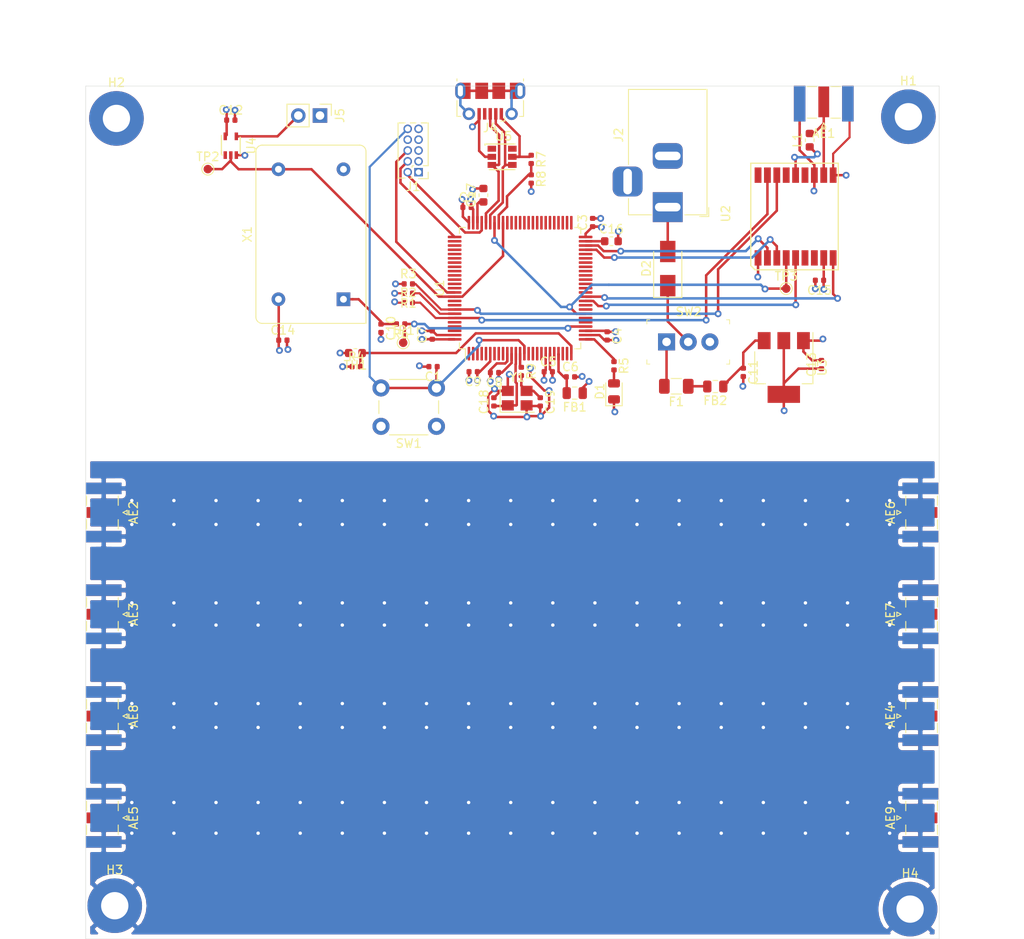
<source format=kicad_pcb>
(kicad_pcb (version 20171130) (host pcbnew 5.1.5+dfsg1-2build2)
  (layers (0 F.Cu signal) (1 In1.Cu signal hide) (2 In2.Cu signal hide) (31 B.Cu signal) (34 B.Paste user) (35 F.Paste user) (36 B.SilkS user) (37 F.SilkS user) (38 B.Mask user) (39 F.Mask user) (44 Edge.Cuts user))
  (net 0 "")
  (net 1 GND)
  (net 2 "Net-(AE1-Pad1)")
  (net 3 /nRESET)
  (net 4 +3V3)
  (net 5 "Net-(C6-Pad1)")
  (net 6 "Net-(C10-Pad1)")
  (net 7 "Net-(C11-Pad1)")
  (net 8 "Net-(C16-Pad1)")
  (net 9 "Net-(C17-Pad1)")
  (net 10 "Net-(D1-Pad2)")
  (net 11 "Net-(D2-Pad1)")
  (net 12 "Net-(D2-Pad2)")
  (net 13 "Net-(F1-Pad1)")
  (net 14 "Net-(F1-Pad2)")
  (net 15 /SWDIO)
  (net 16 /SWDCLK)
  (net 17 /SWO)
  (net 18 /SCL)
  (net 19 /SDA)
  (net 20 "Net-(J4-Pad6)")
  (net 21 /USB_DM)
  (net 22 /VUSB)
  (net 23 /USB_DP)
  (net 24 "Net-(J5-Pad2)")
  (net 25 "Net-(L1-Pad1)")
  (net 26 /BOOT0)
  (net 27 /BOARD_TEMP)
  (net 28 /LED_STATUS)
  (net 29 /OSC_CONTROL)
  (net 30 /VUSB_SENSE)
  (net 31 /OSC_10MHZ)
  (net 32 /GPS_1PPS)
  (net 33 /GPS_ONOFF)
  (net 34 /GPS_nRESET)
  (net 35 /CPU_TO_GPS)
  (net 36 /GPS_TO_CPU)
  (net 37 "Net-(C18-Pad1)")
  (net 38 "Net-(C19-Pad1)")
  (net 39 "Net-(R9-Pad1)")
  (net 40 "Net-(AE2-Pad1)")
  (net 41 "Net-(AE3-Pad1)")
  (net 42 "Net-(AE4-Pad1)")
  (net 43 "Net-(AE5-Pad1)")
  (module pace:sma (layer F.Cu) (at 86.48 2.06 180)
    (fp_text reference AE1 (at 0 -3.5) (layer F.SilkS))
    (fp_text value Antenna_Shield)
    (pad 2 smd rect (at -2.825 0 180) (size 1.35 4.2) (layers B.Cu B.Paste B.Mask) (net 1 GND))
    (pad 2 smd rect (at 2.825 0 180) (size 1.35 4.2) (layers B.Cu B.Paste B.Mask) (net 1 GND))
    (pad 2 smd rect (at -2.825 0 180) (size 1.35 4.2) (layers F.Cu F.Paste F.Mask) (net 1 GND))
    (pad 2 smd rect (at 2.825 0 180) (size 1.35 4.2) (layers F.Cu F.Paste F.Mask) (net 1 GND))
    (pad 1 smd rect (at 0 0.2 180) (size 1.27 3.6) (layers F.Cu F.Paste F.Mask) (net 2 "Net-(AE1-Pad1)"))
  )
  (module Capacitor_SMD:C_0402_1005Metric (layer F.Cu) (at 40.7 32.9 180)
    (fp_text reference C1 (at 0 -1.17) (layer F.SilkS))
    (fp_text value 100n)
    (pad 2 smd roundrect (at 0.485 0 180) (size 0.59 0.64) (layers F.Cu F.Paste F.Mask) (net 1 GND))
    (pad 1 smd roundrect (at -0.485 0 180) (size 0.59 0.64) (layers F.Cu F.Paste F.Mask) (net 3 /nRESET))
  )
  (module Capacitor_SMD:C_0402_1005Metric (layer F.Cu) (at 44.68 14.22)
    (fp_text reference C2 (at 0 -1.17) (layer F.SilkS))
    (fp_text value 100n)
    (pad 1 smd roundrect (at -0.485 0) (size 0.59 0.64) (layers F.Cu F.Paste F.Mask) (net 4 +3V3))
    (pad 2 smd roundrect (at 0.485 0) (size 0.59 0.64) (layers F.Cu F.Paste F.Mask) (net 1 GND))
  )
  (module Capacitor_SMD:C_0402_1005Metric (layer F.Cu) (at 59.4 16 90)
    (fp_text reference C3 (at 0 -1.17 90) (layer F.SilkS))
    (fp_text value 100n)
    (pad 2 smd roundrect (at 0.485 0 90) (size 0.59 0.64) (layers F.Cu F.Paste F.Mask) (net 1 GND))
    (pad 1 smd roundrect (at -0.485 0 90) (size 0.59 0.64) (layers F.Cu F.Paste F.Mask) (net 4 +3V3))
  )
  (module Capacitor_SMD:C_0402_1005Metric (layer F.Cu) (at 61.1 29.3 270)
    (fp_text reference C4 (at 0 -1.17 90) (layer F.SilkS))
    (fp_text value 100n)
    (pad 1 smd roundrect (at -0.485 0 270) (size 0.59 0.64) (layers F.Cu F.Paste F.Mask) (net 4 +3V3))
    (pad 2 smd roundrect (at 0.485 0 270) (size 0.59 0.64) (layers F.Cu F.Paste F.Mask) (net 1 GND))
  )
  (module Capacitor_SMD:C_0402_1005Metric (layer F.Cu) (at 54.2 33.5)
    (fp_text reference C5 (at 0 -1.17) (layer F.SilkS))
    (fp_text value 100n)
    (pad 2 smd roundrect (at 0.485 0) (size 0.59 0.64) (layers F.Cu F.Paste F.Mask) (net 1 GND))
    (pad 1 smd roundrect (at -0.485 0) (size 0.59 0.64) (layers F.Cu F.Paste F.Mask) (net 4 +3V3))
  )
  (module Capacitor_SMD:C_0402_1005Metric (layer F.Cu) (at 56.8 34.1)
    (fp_text reference C6 (at 0 -1.17) (layer F.SilkS))
    (fp_text value 100n)
    (pad 2 smd roundrect (at 0.485 0) (size 0.59 0.64) (layers F.Cu F.Paste F.Mask) (net 1 GND))
    (pad 1 smd roundrect (at -0.485 0) (size 0.59 0.64) (layers F.Cu F.Paste F.Mask) (net 5 "Net-(C6-Pad1)"))
  )
  (module Capacitor_SMD:C_0402_1005Metric (layer F.Cu) (at 40.6 29.2 90)
    (fp_text reference C7 (at 0 -1.17 90) (layer F.SilkS))
    (fp_text value 100n)
    (pad 1 smd roundrect (at -0.485 0 90) (size 0.59 0.64) (layers F.Cu F.Paste F.Mask) (net 4 +3V3))
    (pad 2 smd roundrect (at 0.485 0 90) (size 0.59 0.64) (layers F.Cu F.Paste F.Mask) (net 1 GND))
  )
  (module Capacitor_SMD:C_0402_1005Metric (layer F.Cu) (at 47.9 33.6 180)
    (fp_text reference C8 (at 0 -1.17) (layer F.SilkS))
    (fp_text value 100n)
    (pad 2 smd roundrect (at 0.485 0 180) (size 0.59 0.64) (layers F.Cu F.Paste F.Mask) (net 1 GND))
    (pad 1 smd roundrect (at -0.485 0 180) (size 0.59 0.64) (layers F.Cu F.Paste F.Mask) (net 4 +3V3))
  )
  (module Capacitor_SMD:C_0402_1005Metric (layer F.Cu) (at 45.4 33.5 180)
    (fp_text reference C9 (at 0 -1.17) (layer F.SilkS))
    (fp_text value 100n)
    (pad 1 smd roundrect (at -0.485 0 180) (size 0.59 0.64) (layers F.Cu F.Paste F.Mask) (net 4 +3V3))
    (pad 2 smd roundrect (at 0.485 0 180) (size 0.59 0.64) (layers F.Cu F.Paste F.Mask) (net 1 GND))
  )
  (module Capacitor_SMD:C_0402_1005Metric (layer F.Cu) (at 34.6 28.4 270)
    (fp_text reference C10 (at 0 -1.17 90) (layer F.SilkS))
    (fp_text value 100n)
    (pad 1 smd roundrect (at -0.485 0 270) (size 0.59 0.64) (layers F.Cu F.Paste F.Mask) (net 6 "Net-(C10-Pad1)"))
    (pad 2 smd roundrect (at 0.485 0 270) (size 0.59 0.64) (layers F.Cu F.Paste F.Mask) (net 1 GND))
  )
  (module Capacitor_SMD:C_0402_1005Metric (layer F.Cu) (at 77.05 33.57 270)
    (fp_text reference C11 (at 0 -1.17 90) (layer F.SilkS))
    (fp_text value 10u)
    (pad 1 smd roundrect (at -0.485 0 270) (size 0.59 0.64) (layers F.Cu F.Paste F.Mask) (net 7 "Net-(C11-Pad1)"))
    (pad 2 smd roundrect (at 0.485 0 270) (size 0.59 0.64) (layers F.Cu F.Paste F.Mask) (net 1 GND))
  )
  (module Capacitor_SMD:C_0402_1005Metric (layer F.Cu) (at 17 4)
    (fp_text reference C12 (at 0 -1.17) (layer F.SilkS))
    (fp_text value 100n)
    (pad 1 smd roundrect (at -0.485 0) (size 0.59 0.64) (layers F.Cu F.Paste F.Mask) (net 4 +3V3))
    (pad 2 smd roundrect (at 0.485 0) (size 0.59 0.64) (layers F.Cu F.Paste F.Mask) (net 1 GND))
  )
  (module Capacitor_SMD:C_0402_1005Metric (layer F.Cu) (at 86.21 32.65 90)
    (fp_text reference C13 (at 0 -1.17 90) (layer F.SilkS))
    (fp_text value 10u)
    (pad 2 smd roundrect (at 0.485 0 90) (size 0.59 0.64) (layers F.Cu F.Paste F.Mask) (net 1 GND))
    (pad 1 smd roundrect (at -0.485 0 90) (size 0.59 0.64) (layers F.Cu F.Paste F.Mask) (net 4 +3V3))
  )
  (module Capacitor_SMD:C_0402_1005Metric (layer F.Cu) (at 23.1 29.8)
    (fp_text reference C14 (at 0 -1.17) (layer F.SilkS))
    (fp_text value 100n)
    (pad 2 smd roundrect (at 0.485 0) (size 0.59 0.64) (layers F.Cu F.Paste F.Mask) (net 1 GND))
    (pad 1 smd roundrect (at -0.485 0) (size 0.59 0.64) (layers F.Cu F.Paste F.Mask) (net 4 +3V3))
  )
  (module Capacitor_SMD:C_0402_1005Metric (layer F.Cu) (at 85.98 22.78 180)
    (fp_text reference C15 (at 0 -1.17) (layer F.SilkS))
    (fp_text value 100n)
    (pad 1 smd roundrect (at -0.485 0 180) (size 0.59 0.64) (layers F.Cu F.Paste F.Mask) (net 4 +3V3))
    (pad 2 smd roundrect (at 0.485 0 180) (size 0.59 0.64) (layers F.Cu F.Paste F.Mask) (net 1 GND))
  )
  (module Capacitor_SMD:C_0603_1608Metric (layer F.Cu) (at 61.6 18.2)
    (fp_text reference C16 (at 0 -1.43) (layer F.SilkS))
    (fp_text value 2.2uF)
    (pad 1 smd roundrect (at -0.7875 0) (size 0.875 0.95) (layers F.Cu F.Paste F.Mask) (net 8 "Net-(C16-Pad1)"))
    (pad 2 smd roundrect (at 0.7875 0) (size 0.875 0.95) (layers F.Cu F.Paste F.Mask) (net 1 GND))
  )
  (module Capacitor_SMD:C_0603_1608Metric (layer F.Cu) (at 46.6 12.8 90)
    (fp_text reference C17 (at 0 -1.43 90) (layer F.SilkS))
    (fp_text value 2.2uF)
    (pad 2 smd roundrect (at 0.7875 0 90) (size 0.875 0.95) (layers F.Cu F.Paste F.Mask) (net 1 GND))
    (pad 1 smd roundrect (at -0.7875 0 90) (size 0.875 0.95) (layers F.Cu F.Paste F.Mask) (net 9 "Net-(C17-Pad1)"))
  )
  (module Diode_SMD:D_SMA (layer F.Cu) (at 68.2 21.4 90)
    (fp_text reference D2 (at 0 -2.5 90) (layer F.SilkS))
    (fp_text value SS210)
    (pad 1 smd rect (at -2 0 90) (size 2.5 1.8) (layers F.Cu F.Paste F.Mask) (net 11 "Net-(D2-Pad1)"))
    (pad 2 smd rect (at 2 0 90) (size 2.5 1.8) (layers F.Cu F.Paste F.Mask) (net 12 "Net-(D2-Pad2)"))
  )
  (module Fuse:Fuse_1206_3216Metric (layer F.Cu) (at 69.2 35.2 180)
    (fp_text reference F1 (at 0 -1.82) (layer F.SilkS))
    (fp_text value fuse-250mA)
    (pad 1 smd roundrect (at -1.4 0 180) (size 1.25 1.75) (layers F.Cu F.Paste F.Mask) (roundrect_rratio 0.2) (net 13 "Net-(F1-Pad1)"))
    (pad 2 smd roundrect (at 1.4 0 180) (size 1.25 1.75) (layers F.Cu F.Paste F.Mask) (roundrect_rratio 0.2) (net 14 "Net-(F1-Pad2)"))
  )
  (module Inductor_SMD:L_0805_2012Metric (layer F.Cu) (at 57.3 36 180)
    (fp_text reference FB1 (at 0 -1.65) (layer F.SilkS))
    (fp_text value bead)
    (pad 2 smd roundrect (at 0.9375 0 180) (size 0.975 1.4) (layers F.Cu F.Paste F.Mask) (net 5 "Net-(C6-Pad1)"))
    (pad 1 smd roundrect (at -0.9375 0 180) (size 0.975 1.4) (layers F.Cu F.Paste F.Mask) (net 4 +3V3))
  )
  (module Inductor_SMD:L_0805_2012Metric (layer F.Cu) (at 73.77 35.23 180)
    (fp_text reference FB2 (at 0 -1.65) (layer F.SilkS))
    (fp_text value bead)
    (pad 1 smd roundrect (at -0.9375 0 180) (size 0.975 1.4) (layers F.Cu F.Paste F.Mask) (net 7 "Net-(C11-Pad1)"))
    (pad 2 smd roundrect (at 0.9375 0 180) (size 0.975 1.4) (layers F.Cu F.Paste F.Mask) (net 13 "Net-(F1-Pad1)"))
  )
  (module MountingHole:MountingHole_3.2mm_M3_Pad (layer F.Cu) (at 96.4 3.6)
    (fp_text reference H1 (at 0 -4.2) (layer F.SilkS))
    (fp_text value MountingHole_Pad)
    (pad 1 thru_hole circle (at 0 0) (size 6.4 6.4) (drill 3.2) (layers *.Cu *.Mask) (net 1 GND))
  )
  (module MountingHole:MountingHole_3.2mm_M3_Pad (layer F.Cu) (at 3.6 3.8)
    (fp_text reference H2 (at 0 -4.2) (layer F.SilkS))
    (fp_text value MountingHole_Pad)
    (pad 1 thru_hole circle (at 0 0) (size 6.4 6.4) (drill 3.2) (layers *.Cu *.Mask) (net 1 GND))
  )
  (module MountingHole:MountingHole_3.2mm_M3_Pad (layer F.Cu) (at 3.4 96.1)
    (fp_text reference H3 (at 0 -4.2) (layer F.SilkS))
    (fp_text value MountingHole_Pad)
    (pad 1 thru_hole circle (at 0 0) (size 6.4 6.4) (drill 3.2) (layers *.Cu *.Mask) (net 1 GND))
  )
  (module MountingHole:MountingHole_3.2mm_M3_Pad (layer F.Cu) (at 96.6 96.5)
    (fp_text reference H4 (at 0 -4.2) (layer F.SilkS))
    (fp_text value MountingHole_Pad)
    (pad 1 thru_hole circle (at 0 0) (size 6.4 6.4) (drill 3.2) (layers *.Cu *.Mask) (net 1 GND))
  )
  (module Connector_PinHeader_1.27mm:PinHeader_2x05_P1.27mm_Vertical (layer F.Cu) (at 39 10.1 180)
    (fp_text reference J1 (at 0.635 -1.695) (layer F.SilkS))
    (fp_text value Conn_02x05_Odd_Even)
    (pad 1 thru_hole rect (at 0 0 180) (size 1 1) (drill 0.65) (layers *.Cu *.Mask) (net 4 +3V3))
    (pad 2 thru_hole oval (at 1.27 0 180) (size 1 1) (drill 0.65) (layers *.Cu *.Mask) (net 15 /SWDIO))
    (pad 3 thru_hole oval (at 0 1.27 180) (size 1 1) (drill 0.65) (layers *.Cu *.Mask) (net 1 GND))
    (pad 4 thru_hole oval (at 1.27 1.27 180) (size 1 1) (drill 0.65) (layers *.Cu *.Mask) (net 16 /SWDCLK))
    (pad 5 thru_hole oval (at 0 2.54 180) (size 1 1) (drill 0.65) (layers *.Cu *.Mask) (net 1 GND))
    (pad 6 thru_hole oval (at 1.27 2.54 180) (size 1 1) (drill 0.65) (layers *.Cu *.Mask) (net 17 /SWO))
    (pad 7 thru_hole oval (at 0 3.81 180) (size 1 1) (drill 0.65) (layers *.Cu *.Mask))
    (pad 8 thru_hole oval (at 1.27 3.81 180) (size 1 1) (drill 0.65) (layers *.Cu *.Mask))
    (pad 9 thru_hole oval (at 0 5.08 180) (size 1 1) (drill 0.65) (layers *.Cu *.Mask) (net 1 GND))
    (pad 10 thru_hole oval (at 1.27 5.08 180) (size 1 1) (drill 0.65) (layers *.Cu *.Mask) (net 3 /nRESET))
  )
  (module Connector_BarrelJack:BarrelJack_Horizontal (layer F.Cu) (at 68.2 14.2 270)
    (fp_text reference J2 (at -8.45 5.75 90) (layer F.SilkS))
    (fp_text value Barrel_Jack_Switch)
    (pad 1 thru_hole rect (at 0 0 270) (size 3.5 3.5) (drill oval 1 3) (layers *.Cu *.Mask) (net 12 "Net-(D2-Pad2)"))
    (pad 2 thru_hole roundrect (at -6 0 270) (size 3 3.5) (drill oval 1 3) (layers *.Cu *.Mask) (net 1 GND))
    (pad 3 thru_hole roundrect (at -3 4.7 270) (size 3.5 3.5) (drill oval 3 1) (layers *.Cu *.Mask) (net 1 GND))
  )
  (module Connector_USB:USB_Micro-B_Molex-105017-0001 (layer F.Cu) (at 47.4 1.8 180)
    (fp_text reference J4 (at 0 -3.1125) (layer F.SilkS))
    (fp_text value USB_B_Micro)
    (pad 6 smd rect (at 1 1.2375 180) (size 1.5 1.9) (layers F.Cu F.Paste F.Mask) (net 20 "Net-(J4-Pad6)"))
    (pad 6 thru_hole circle (at -2.5 -1.4625 180) (size 1.45 1.45) (drill 0.85) (layers *.Cu *.Mask) (net 20 "Net-(J4-Pad6)"))
    (pad 2 smd rect (at -0.65 -1.4625 180) (size 0.4 1.35) (layers F.Cu F.Paste F.Mask) (net 21 /USB_DM))
    (pad 1 smd rect (at -1.3 -1.4625 180) (size 0.4 1.35) (layers F.Cu F.Paste F.Mask) (net 22 /VUSB))
    (pad 5 smd rect (at 1.3 -1.4625 180) (size 0.4 1.35) (layers F.Cu F.Paste F.Mask) (net 1 GND))
    (pad 4 smd rect (at 0.65 -1.4625 180) (size 0.4 1.35) (layers F.Cu F.Paste F.Mask))
    (pad 3 smd rect (at 0 -1.4625 180) (size 0.4 1.35) (layers F.Cu F.Paste F.Mask) (net 23 /USB_DP))
    (pad 6 thru_hole circle (at 2.5 -1.4625 180) (size 1.45 1.45) (drill 0.85) (layers *.Cu *.Mask) (net 20 "Net-(J4-Pad6)"))
    (pad 6 smd rect (at -1 1.2375 180) (size 1.5 1.9) (layers F.Cu F.Paste F.Mask) (net 20 "Net-(J4-Pad6)"))
    (pad 6 thru_hole oval (at -3.5 1.2375) (size 1.2 1.9) (drill oval 0.6 1.3) (layers *.Cu *.Mask) (net 20 "Net-(J4-Pad6)"))
    (pad 6 thru_hole oval (at 3.5 1.2375 180) (size 1.2 1.9) (drill oval 0.6 1.3) (layers *.Cu *.Mask) (net 20 "Net-(J4-Pad6)"))
    (pad 6 smd rect (at 2.9 1.2375 180) (size 1.2 1.9) (layers F.Cu F.Mask) (net 20 "Net-(J4-Pad6)"))
    (pad 6 smd rect (at -2.9 1.2375 180) (size 1.2 1.9) (layers F.Cu F.Mask) (net 20 "Net-(J4-Pad6)"))
  )
  (module Connector_PinHeader_2.54mm:PinHeader_1x02_P2.54mm_Vertical (layer F.Cu) (at 27.45 3.46 270)
    (fp_text reference J5 (at 0 -2.33 90) (layer F.SilkS))
    (fp_text value Conn_01x02_Male)
    (pad 1 thru_hole rect (at 0 0 270) (size 1.7 1.7) (drill 1) (layers *.Cu *.Mask) (net 1 GND))
    (pad 2 thru_hole oval (at 0 2.54 270) (size 1.7 1.7) (drill 1) (layers *.Cu *.Mask) (net 24 "Net-(J5-Pad2)"))
  )
  (module Inductor_SMD:L_0603_1608Metric (layer F.Cu) (at 84.836 6.35 90)
    (fp_text reference L1 (at 0 -1.43 90) (layer F.SilkS))
    (fp_text value 47nH)
    (pad 1 smd roundrect (at -0.7875 0 90) (size 0.875 0.95) (layers F.Cu F.Paste F.Mask) (net 25 "Net-(L1-Pad1)"))
    (pad 2 smd roundrect (at 0.7875 0 90) (size 0.875 0.95) (layers F.Cu F.Paste F.Mask) (net 2 "Net-(AE1-Pad1)"))
  )
  (module Resistor_SMD:R_0402_1005Metric (layer F.Cu) (at 37.8 24.3 180)
    (fp_text reference R1 (at 0 -1.17) (layer F.SilkS))
    (fp_text value 10k)
    (pad 2 smd roundrect (at 0.485 0 180) (size 0.59 0.64) (layers F.Cu F.Paste F.Mask) (net 1 GND))
    (pad 1 smd roundrect (at -0.485 0 180) (size 0.59 0.64) (layers F.Cu F.Paste F.Mask) (net 26 /BOOT0))
  )
  (module Resistor_SMD:R_0402_1005Metric (layer F.Cu) (at 37.8 25.4)
    (fp_text reference R2 (at 0 -1.17) (layer F.SilkS))
    (fp_text value 10k)
    (pad 1 smd roundrect (at -0.485 0) (size 0.59 0.64) (layers F.Cu F.Paste F.Mask) (net 4 +3V3))
    (pad 2 smd roundrect (at 0.485 0) (size 0.59 0.64) (layers F.Cu F.Paste F.Mask) (net 18 /SCL))
  )
  (module Resistor_SMD:R_0402_1005Metric (layer F.Cu) (at 37.8 23.2)
    (fp_text reference R3 (at 0 -1.17) (layer F.SilkS))
    (fp_text value 10k)
    (pad 2 smd roundrect (at 0.485 0) (size 0.59 0.64) (layers F.Cu F.Paste F.Mask) (net 19 /SDA))
    (pad 1 smd roundrect (at -0.485 0) (size 0.59 0.64) (layers F.Cu F.Paste F.Mask) (net 4 +3V3))
  )
  (module Resistor_SMD:R_0402_1005Metric (layer F.Cu) (at 31.7 32.9)
    (fp_text reference R4 (at 0 -1.17) (layer F.SilkS))
    (fp_text value 10k)
    (pad 2 smd roundrect (at 0.485 0) (size 0.59 0.64) (layers F.Cu F.Paste F.Mask) (net 27 /BOARD_TEMP))
    (pad 1 smd roundrect (at -0.485 0) (size 0.59 0.64) (layers F.Cu F.Paste F.Mask) (net 4 +3V3))
  )
  (module Resistor_SMD:R_0402_1005Metric (layer F.Cu) (at 61.9 32.8 270)
    (fp_text reference R5 (at 0 -1.17 90) (layer F.SilkS))
    (fp_text value 10k)
    (pad 1 smd roundrect (at -0.485 0 270) (size 0.59 0.64) (layers F.Cu F.Paste F.Mask) (net 28 /LED_STATUS))
    (pad 2 smd roundrect (at 0.485 0 270) (size 0.59 0.64) (layers F.Cu F.Paste F.Mask) (net 10 "Net-(D1-Pad2)"))
  )
  (module Resistor_SMD:R_0402_1005Metric (layer F.Cu) (at 36.9 27.9 180)
    (fp_text reference R6 (at 0 -1.17) (layer F.SilkS))
    (fp_text value 10k)
    (pad 1 smd roundrect (at -0.485 0 180) (size 0.59 0.64) (layers F.Cu F.Paste F.Mask) (net 29 /OSC_CONTROL))
    (pad 2 smd roundrect (at 0.485 0 180) (size 0.59 0.64) (layers F.Cu F.Paste F.Mask) (net 6 "Net-(C10-Pad1)"))
  )
  (module Resistor_SMD:R_0402_1005Metric (layer F.Cu) (at 52.2 8.6 270)
    (fp_text reference R7 (at 0 -1.17 90) (layer F.SilkS))
    (fp_text value 100k)
    (pad 2 smd roundrect (at 0.485 0 270) (size 0.59 0.64) (layers F.Cu F.Paste F.Mask) (net 30 /VUSB_SENSE))
    (pad 1 smd roundrect (at -0.485 0 270) (size 0.59 0.64) (layers F.Cu F.Paste F.Mask) (net 22 /VUSB))
  )
  (module Resistor_SMD:R_0402_1005Metric (layer F.Cu) (at 52.2 10.9 270)
    (fp_text reference R8 (at 0 -1.17 90) (layer F.SilkS))
    (fp_text value 100k)
    (pad 1 smd roundrect (at -0.485 0 270) (size 0.59 0.64) (layers F.Cu F.Paste F.Mask) (net 30 /VUSB_SENSE))
    (pad 2 smd roundrect (at 0.485 0 270) (size 0.59 0.64) (layers F.Cu F.Paste F.Mask) (net 1 GND))
  )
  (module Button_Switch_THT:SW_PUSH_6mm (layer F.Cu) (at 41.1 39.9 180)
    (fp_text reference SW1 (at 3.25 -2) (layer F.SilkS))
    (fp_text value pushbutton_switch)
    (pad 2 thru_hole circle (at 0 4.5 270) (size 2 2) (drill 1.1) (layers *.Cu *.Mask) (net 3 /nRESET))
    (pad 1 thru_hole circle (at 0 0 270) (size 2 2) (drill 1.1) (layers *.Cu *.Mask) (net 1 GND))
    (pad 2 thru_hole circle (at 6.5 4.5 270) (size 2 2) (drill 1.1) (layers *.Cu *.Mask) (net 3 /nRESET))
    (pad 1 thru_hole circle (at 6.5 0 270) (size 2 2) (drill 1.1) (layers *.Cu *.Mask) (net 1 GND))
  )
  (module pace:Switch_Toggle_ATE1D-2M3-10-Z (layer F.Cu) (at 70.6 30)
    (fp_text reference SW2 (at 0.06 -3.53) (layer F.SilkS))
    (fp_text value SW_SPDT)
    (pad 1 thru_hole rect (at -2.54 0) (size 2 2) (drill 1) (layers *.Cu *.Mask) (net 14 "Net-(F1-Pad2)"))
    (pad 2 thru_hole circle (at 0 0) (size 2 2) (drill 1) (layers *.Cu *.Mask) (net 11 "Net-(D2-Pad1)"))
    (pad 3 thru_hole circle (at 2.54 0) (size 2 2) (drill 1) (layers *.Cu *.Mask))
  )
  (module Resistor_SMD:R_0603_1608Metric (layer F.Cu) (at 31.6 31.3 180)
    (fp_text reference TH1 (at 0 -1.43) (layer F.SilkS))
    (fp_text value 47k)
    (pad 1 smd roundrect (at -0.7875 0 180) (size 0.875 0.95) (layers F.Cu F.Paste F.Mask) (net 27 /BOARD_TEMP))
    (pad 2 smd roundrect (at 0.7875 0 180) (size 0.875 0.95) (layers F.Cu F.Paste F.Mask) (net 1 GND))
  )
  (module TestPoint:TestPoint_Pad_D1.0mm (layer F.Cu) (at 37.2 30.1)
    (fp_text reference TP1 (at 0 -1.448) (layer F.SilkS))
    (fp_text value TestPoint)
    (pad 1 smd circle (at 0 0) (size 1 1) (layers F.Cu F.Mask) (net 29 /OSC_CONTROL))
  )
  (module TestPoint:TestPoint_Pad_D1.0mm (layer F.Cu) (at 14.31 9.74)
    (fp_text reference TP2 (at 0 -1.448) (layer F.SilkS))
    (fp_text value TestPoint)
    (pad 1 smd circle (at 0 0) (size 1 1) (layers F.Cu F.Mask) (net 31 /OSC_10MHZ))
  )
  (module TestPoint:TestPoint_Pad_D1.0mm (layer F.Cu) (at 82.08 23.75)
    (fp_text reference TP3 (at 0 -1.448) (layer F.SilkS))
    (fp_text value TestPoint)
    (pad 1 smd circle (at 0 0) (size 1 1) (layers F.Cu F.Mask) (net 32 /GPS_1PPS))
  )
  (module Package_QFP:LQFP-100_14x14mm_P0.5mm (layer F.Cu) (at 50.9 23.7 90)
    (fp_text reference U1 (at 0 -9.42 90) (layer F.SilkS))
    (fp_text value STM32F407VETx)
    (pad 1 smd roundrect (at -7.675 -6 90) (size 1.6 0.3) (layers F.Cu F.Paste F.Mask))
    (pad 2 smd roundrect (at -7.675 -5.5 90) (size 1.6 0.3) (layers F.Cu F.Paste F.Mask))
    (pad 3 smd roundrect (at -7.675 -5 90) (size 1.6 0.3) (layers F.Cu F.Paste F.Mask))
    (pad 4 smd roundrect (at -7.675 -4.5 90) (size 1.6 0.3) (layers F.Cu F.Paste F.Mask))
    (pad 5 smd roundrect (at -7.675 -4 90) (size 1.6 0.3) (layers F.Cu F.Paste F.Mask))
    (pad 6 smd roundrect (at -7.675 -3.5 90) (size 1.6 0.3) (layers F.Cu F.Paste F.Mask) (net 4 +3V3))
    (pad 7 smd roundrect (at -7.675 -3 90) (size 1.6 0.3) (layers F.Cu F.Paste F.Mask))
    (pad 8 smd roundrect (at -7.675 -2.5 90) (size 1.6 0.3) (layers F.Cu F.Paste F.Mask))
    (pad 9 smd roundrect (at -7.675 -2 90) (size 1.6 0.3) (layers F.Cu F.Paste F.Mask))
    (pad 10 smd roundrect (at -7.675 -1.5 90) (size 1.6 0.3) (layers F.Cu F.Paste F.Mask) (net 1 GND))
    (pad 11 smd roundrect (at -7.675 -1 90) (size 1.6 0.3) (layers F.Cu F.Paste F.Mask) (net 4 +3V3))
    (pad 12 smd roundrect (at -7.675 -0.5 90) (size 1.6 0.3) (layers F.Cu F.Paste F.Mask) (net 37 "Net-(C18-Pad1)"))
    (pad 13 smd roundrect (at -7.675 0 90) (size 1.6 0.3) (layers F.Cu F.Paste F.Mask) (net 39 "Net-(R9-Pad1)"))
    (pad 14 smd roundrect (at -7.675 0.5 90) (size 1.6 0.3) (layers F.Cu F.Paste F.Mask) (net 3 /nRESET))
    (pad 15 smd roundrect (at -7.675 1 90) (size 1.6 0.3) (layers F.Cu F.Paste F.Mask))
    (pad 16 smd roundrect (at -7.675 1.5 90) (size 1.6 0.3) (layers F.Cu F.Paste F.Mask))
    (pad 17 smd roundrect (at -7.675 2 90) (size 1.6 0.3) (layers F.Cu F.Paste F.Mask))
    (pad 18 smd roundrect (at -7.675 2.5 90) (size 1.6 0.3) (layers F.Cu F.Paste F.Mask))
    (pad 19 smd roundrect (at -7.675 3 90) (size 1.6 0.3) (layers F.Cu F.Paste F.Mask) (net 4 +3V3))
    (pad 20 smd roundrect (at -7.675 3.5 90) (size 1.6 0.3) (layers F.Cu F.Paste F.Mask) (net 1 GND))
    (pad 21 smd roundrect (at -7.675 4 90) (size 1.6 0.3) (layers F.Cu F.Paste F.Mask))
    (pad 22 smd roundrect (at -7.675 4.5 90) (size 1.6 0.3) (layers F.Cu F.Paste F.Mask) (net 5 "Net-(C6-Pad1)"))
    (pad 23 smd roundrect (at -7.675 5 90) (size 1.6 0.3) (layers F.Cu F.Paste F.Mask))
    (pad 24 smd roundrect (at -7.675 5.5 90) (size 1.6 0.3) (layers F.Cu F.Paste F.Mask))
    (pad 25 smd roundrect (at -7.675 6 90) (size 1.6 0.3) (layers F.Cu F.Paste F.Mask) (net 27 /BOARD_TEMP))
    (pad 26 smd roundrect (at -6 7.675 90) (size 0.3 1.6) (layers F.Cu F.Paste F.Mask) (net 28 /LED_STATUS))
    (pad 27 smd roundrect (at -5.5 7.675 90) (size 0.3 1.6) (layers F.Cu F.Paste F.Mask) (net 1 GND))
    (pad 28 smd roundrect (at -5 7.675 90) (size 0.3 1.6) (layers F.Cu F.Paste F.Mask) (net 4 +3V3))
    (pad 29 smd roundrect (at -4.5 7.675 90) (size 0.3 1.6) (layers F.Cu F.Paste F.Mask) (net 29 /OSC_CONTROL))
    (pad 30 smd roundrect (at -4 7.675 90) (size 0.3 1.6) (layers F.Cu F.Paste F.Mask))
    (pad 31 smd roundrect (at -3.5 7.675 90) (size 0.3 1.6) (layers F.Cu F.Paste F.Mask))
    (pad 32 smd roundrect (at -3 7.675 90) (size 0.3 1.6) (layers F.Cu F.Paste F.Mask) (net 32 /GPS_1PPS))
    (pad 33 smd roundrect (at -2.5 7.675 90) (size 0.3 1.6) (layers F.Cu F.Paste F.Mask))
    (pad 34 smd roundrect (at -2 7.675 90) (size 0.3 1.6) (layers F.Cu F.Paste F.Mask))
    (pad 35 smd roundrect (at -1.5 7.675 90) (size 0.3 1.6) (layers F.Cu F.Paste F.Mask) (net 33 /GPS_ONOFF))
    (pad 36 smd roundrect (at -1 7.675 90) (size 0.3 1.6) (layers F.Cu F.Paste F.Mask) (net 34 /GPS_nRESET))
    (pad 37 smd roundrect (at -0.5 7.675 90) (size 0.3 1.6) (layers F.Cu F.Paste F.Mask))
    (pad 38 smd roundrect (at 0 7.675 90) (size 0.3 1.6) (layers F.Cu F.Paste F.Mask))
    (pad 39 smd roundrect (at 0.5 7.675 90) (size 0.3 1.6) (layers F.Cu F.Paste F.Mask))
    (pad 40 smd roundrect (at 1 7.675 90) (size 0.3 1.6) (layers F.Cu F.Paste F.Mask))
    (pad 41 smd roundrect (at 1.5 7.675 90) (size 0.3 1.6) (layers F.Cu F.Paste F.Mask))
    (pad 42 smd roundrect (at 2 7.675 90) (size 0.3 1.6) (layers F.Cu F.Paste F.Mask))
    (pad 43 smd roundrect (at 2.5 7.675 90) (size 0.3 1.6) (layers F.Cu F.Paste F.Mask))
    (pad 44 smd roundrect (at 3 7.675 90) (size 0.3 1.6) (layers F.Cu F.Paste F.Mask))
    (pad 45 smd roundrect (at 3.5 7.675 90) (size 0.3 1.6) (layers F.Cu F.Paste F.Mask))
    (pad 46 smd roundrect (at 4 7.675 90) (size 0.3 1.6) (layers F.Cu F.Paste F.Mask))
    (pad 47 smd roundrect (at 4.5 7.675 90) (size 0.3 1.6) (layers F.Cu F.Paste F.Mask) (net 35 /CPU_TO_GPS))
    (pad 48 smd roundrect (at 5 7.675 90) (size 0.3 1.6) (layers F.Cu F.Paste F.Mask) (net 36 /GPS_TO_CPU))
    (pad 49 smd roundrect (at 5.5 7.675 90) (size 0.3 1.6) (layers F.Cu F.Paste F.Mask) (net 8 "Net-(C16-Pad1)"))
    (pad 50 smd roundrect (at 6 7.675 90) (size 0.3 1.6) (layers F.Cu F.Paste F.Mask) (net 4 +3V3))
    (pad 51 smd roundrect (at 7.675 6 90) (size 1.6 0.3) (layers F.Cu F.Paste F.Mask))
    (pad 52 smd roundrect (at 7.675 5.5 90) (size 1.6 0.3) (layers F.Cu F.Paste F.Mask))
    (pad 53 smd roundrect (at 7.675 5 90) (size 1.6 0.3) (layers F.Cu F.Paste F.Mask))
    (pad 54 smd roundrect (at 7.675 4.5 90) (size 1.6 0.3) (layers F.Cu F.Paste F.Mask))
    (pad 55 smd roundrect (at 7.675 4 90) (size 1.6 0.3) (layers F.Cu F.Paste F.Mask))
    (pad 56 smd roundrect (at 7.675 3.5 90) (size 1.6 0.3) (layers F.Cu F.Paste F.Mask))
    (pad 57 smd roundrect (at 7.675 3 90) (size 1.6 0.3) (layers F.Cu F.Paste F.Mask))
    (pad 58 smd roundrect (at 7.675 2.5 90) (size 1.6 0.3) (layers F.Cu F.Paste F.Mask))
    (pad 59 smd roundrect (at 7.675 2 90) (size 1.6 0.3) (layers F.Cu F.Paste F.Mask))
    (pad 60 smd roundrect (at 7.675 1.5 90) (size 1.6 0.3) (layers F.Cu F.Paste F.Mask))
    (pad 61 smd roundrect (at 7.675 1 90) (size 1.6 0.3) (layers F.Cu F.Paste F.Mask))
    (pad 62 smd roundrect (at 7.675 0.5 90) (size 1.6 0.3) (layers F.Cu F.Paste F.Mask))
    (pad 63 smd roundrect (at 7.675 0 90) (size 1.6 0.3) (layers F.Cu F.Paste F.Mask))
    (pad 64 smd roundrect (at 7.675 -0.5 90) (size 1.6 0.3) (layers F.Cu F.Paste F.Mask))
    (pad 65 smd roundrect (at 7.675 -1 90) (size 1.6 0.3) (layers F.Cu F.Paste F.Mask))
    (pad 66 smd roundrect (at 7.675 -1.5 90) (size 1.6 0.3) (layers F.Cu F.Paste F.Mask))
    (pad 67 smd roundrect (at 7.675 -2 90) (size 1.6 0.3) (layers F.Cu F.Paste F.Mask) (net 31 /OSC_10MHZ))
    (pad 68 smd roundrect (at 7.675 -2.5 90) (size 1.6 0.3) (layers F.Cu F.Paste F.Mask) (net 30 /VUSB_SENSE))
    (pad 69 smd roundrect (at 7.675 -3 90) (size 1.6 0.3) (layers F.Cu F.Paste F.Mask) (net 32 /GPS_1PPS))
    (pad 70 smd roundrect (at 7.675 -3.5 90) (size 1.6 0.3) (layers F.Cu F.Paste F.Mask) (net 21 /USB_DM))
    (pad 71 smd roundrect (at 7.675 -4 90) (size 1.6 0.3) (layers F.Cu F.Paste F.Mask) (net 23 /USB_DP))
    (pad 72 smd roundrect (at 7.675 -4.5 90) (size 1.6 0.3) (layers F.Cu F.Paste F.Mask) (net 15 /SWDIO))
    (pad 73 smd roundrect (at 7.675 -5 90) (size 1.6 0.3) (layers F.Cu F.Paste F.Mask) (net 9 "Net-(C17-Pad1)"))
    (pad 74 smd roundrect (at 7.675 -5.5 90) (size 1.6 0.3) (layers F.Cu F.Paste F.Mask) (net 1 GND))
    (pad 75 smd roundrect (at 7.675 -6 90) (size 1.6 0.3) (layers F.Cu F.Paste F.Mask) (net 4 +3V3))
    (pad 76 smd roundrect (at 6 -7.675 90) (size 0.3 1.6) (layers F.Cu F.Paste F.Mask) (net 16 /SWDCLK))
    (pad 77 smd roundrect (at 5.5 -7.675 90) (size 0.3 1.6) (layers F.Cu F.Paste F.Mask))
    (pad 78 smd roundrect (at 5 -7.675 90) (size 0.3 1.6) (layers F.Cu F.Paste F.Mask))
    (pad 79 smd roundrect (at 4.5 -7.675 90) (size 0.3 1.6) (layers F.Cu F.Paste F.Mask))
    (pad 80 smd roundrect (at 4 -7.675 90) (size 0.3 1.6) (layers F.Cu F.Paste F.Mask))
    (pad 81 smd roundrect (at 3.5 -7.675 90) (size 0.3 1.6) (layers F.Cu F.Paste F.Mask))
    (pad 82 smd roundrect (at 3 -7.675 90) (size 0.3 1.6) (layers F.Cu F.Paste F.Mask))
    (pad 83 smd roundrect (at 2.5 -7.675 90) (size 0.3 1.6) (layers F.Cu F.Paste F.Mask))
    (pad 84 smd roundrect (at 2 -7.675 90) (size 0.3 1.6) (layers F.Cu F.Paste F.Mask))
    (pad 85 smd roundrect (at 1.5 -7.675 90) (size 0.3 1.6) (layers F.Cu F.Paste F.Mask))
    (pad 86 smd roundrect (at 1 -7.675 90) (size 0.3 1.6) (layers F.Cu F.Paste F.Mask))
    (pad 87 smd roundrect (at 0.5 -7.675 90) (size 0.3 1.6) (layers F.Cu F.Paste F.Mask))
    (pad 88 smd roundrect (at 0 -7.675 90) (size 0.3 1.6) (layers F.Cu F.Paste F.Mask))
    (pad 89 smd roundrect (at -0.5 -7.675 90) (size 0.3 1.6) (layers F.Cu F.Paste F.Mask) (net 17 /SWO))
    (pad 90 smd roundrect (at -1 -7.675 90) (size 0.3 1.6) (layers F.Cu F.Paste F.Mask) (net 31 /OSC_10MHZ))
    (pad 91 smd roundrect (at -1.5 -7.675 90) (size 0.3 1.6) (layers F.Cu F.Paste F.Mask))
    (pad 92 smd roundrect (at -2 -7.675 90) (size 0.3 1.6) (layers F.Cu F.Paste F.Mask))
    (pad 93 smd roundrect (at -2.5 -7.675 90) (size 0.3 1.6) (layers F.Cu F.Paste F.Mask) (net 19 /SDA))
    (pad 94 smd roundrect (at -3 -7.675 90) (size 0.3 1.6) (layers F.Cu F.Paste F.Mask) (net 26 /BOOT0))
    (pad 95 smd roundrect (at -3.5 -7.675 90) (size 0.3 1.6) (layers F.Cu F.Paste F.Mask) (net 18 /SCL))
    (pad 96 smd roundrect (at -4 -7.675 90) (size 0.3 1.6) (layers F.Cu F.Paste F.Mask))
    (pad 97 smd roundrect (at -4.5 -7.675 90) (size 0.3 1.6) (layers F.Cu F.Paste F.Mask))
    (pad 98 smd roundrect (at -5 -7.675 90) (size 0.3 1.6) (layers F.Cu F.Paste F.Mask))
    (pad 99 smd roundrect (at -5.5 -7.675 90) (size 0.3 1.6) (layers F.Cu F.Paste F.Mask) (net 1 GND))
    (pad 100 smd roundrect (at -6 -7.675 90) (size 0.3 1.6) (layers F.Cu F.Paste F.Mask) (net 4 +3V3))
  )
  (module pace:module18_9.7x10.1mm_P1.1mm (layer F.Cu) (at 83.18 15.3 90)
    (fp_text reference U2 (at 0.33 -8.18 90) (layer F.SilkS))
    (fp_text value ATGM336H-5N hide)
    (pad 1 smd rect (at -4.85 -4.4 90) (size 1.8 0.8) (layers F.Cu F.Paste F.Mask) (net 1 GND))
    (pad 2 smd rect (at -4.85 -3.3 90) (size 1.8 0.8) (layers F.Cu F.Paste F.Mask) (net 36 /GPS_TO_CPU))
    (pad 3 smd rect (at -4.85 -2.2 90) (size 1.8 0.8) (layers F.Cu F.Paste F.Mask) (net 35 /CPU_TO_GPS))
    (pad 4 smd rect (at -4.85 -1.1 90) (size 1.8 0.8) (layers F.Cu F.Paste F.Mask) (net 32 /GPS_1PPS))
    (pad 5 smd rect (at -4.85 0 90) (size 1.8 0.8) (layers F.Cu F.Paste F.Mask) (net 33 /GPS_ONOFF))
    (pad 6 smd rect (at -4.85 1.1 90) (size 1.8 0.8) (layers F.Cu F.Paste F.Mask))
    (pad 7 smd rect (at -4.85 2.2 90) (size 1.8 0.8) (layers F.Cu F.Paste F.Mask))
    (pad 8 smd rect (at -4.85 3.3 90) (size 1.8 0.8) (layers F.Cu F.Paste F.Mask) (net 4 +3V3))
    (pad 9 smd rect (at -4.85 4.4 90) (size 1.8 0.8) (layers F.Cu F.Paste F.Mask) (net 34 /GPS_nRESET))
    (pad 10 smd rect (at 4.85 4.4 90) (size 1.8 0.8) (layers F.Cu F.Paste F.Mask) (net 1 GND))
    (pad 11 smd rect (at 4.85 3.3 90) (size 1.8 0.8) (layers F.Cu F.Paste F.Mask) (net 2 "Net-(AE1-Pad1)"))
    (pad 12 smd rect (at 4.85 2.2 90) (size 1.8 0.8) (layers F.Cu F.Paste F.Mask) (net 1 GND))
    (pad 13 smd rect (at 4.85 1.1 90) (size 1.8 0.8) (layers F.Cu F.Paste F.Mask))
    (pad 14 smd rect (at 4.85 0 90) (size 1.8 0.8) (layers F.Cu F.Paste F.Mask) (net 25 "Net-(L1-Pad1)"))
    (pad 15 smd rect (at 4.85 -1.1 90) (size 1.8 0.8) (layers F.Cu F.Paste F.Mask))
    (pad 16 smd rect (at 4.85 -2.2 90) (size 1.8 0.8) (layers F.Cu F.Paste F.Mask) (net 19 /SDA))
    (pad 17 smd rect (at 4.85 -3.3 90) (size 1.8 0.8) (layers F.Cu F.Paste F.Mask) (net 18 /SCL))
    (pad 18 smd rect (at 4.85 -4.4 90) (size 1.8 0.8) (layers F.Cu F.Paste F.Mask))
  )
  (module Package_TO_SOT_SMD:SOT-223-3_TabPin2 (layer F.Cu) (at 81.8 33 270)
    (fp_text reference U3 (at 0 -4.5 90) (layer F.SilkS))
    (fp_text value AP1117-33)
    (pad 2 smd rect (at 3.15 0 270) (size 2 3.8) (layers F.Cu F.Paste F.Mask) (net 4 +3V3))
    (pad 2 smd rect (at -3.15 0 270) (size 2 1.5) (layers F.Cu F.Paste F.Mask) (net 4 +3V3))
    (pad 3 smd rect (at -3.15 2.3 270) (size 2 1.5) (layers F.Cu F.Paste F.Mask) (net 7 "Net-(C11-Pad1)"))
    (pad 1 smd rect (at -3.15 -2.3 270) (size 2 1.5) (layers F.Cu F.Paste F.Mask) (net 1 GND))
  )
  (module Oscillator:Oscillator_DIP-14 (layer F.Cu) (at 30.2 25 90)
    (fp_text reference X1 (at 7.62 -11.26 90) (layer F.SilkS))
    (fp_text value AOCJY1-10.000MHZ)
    (pad 1 thru_hole rect (at 0 0 90) (size 1.6 1.6) (drill 0.8) (layers *.Cu *.Mask) (net 6 "Net-(C10-Pad1)"))
    (pad 14 thru_hole circle (at 0 -7.62 90) (size 1.6 1.6) (drill 0.8) (layers *.Cu *.Mask) (net 4 +3V3))
    (pad 8 thru_hole circle (at 15.24 -7.62 90) (size 1.6 1.6) (drill 0.8) (layers *.Cu *.Mask) (net 31 /OSC_10MHZ))
    (pad 7 thru_hole circle (at 15.24 0 90) (size 1.6 1.6) (drill 0.8) (layers *.Cu *.Mask) (net 1 GND))
  )
  (module pace:srv05-4 (layer F.Cu) (at 48.79 8.3)
    (fp_text reference U5 (at 0.18 -2.42) (layer F.SilkS))
    (fp_text value SRV05-4-newfp)
    (pad 1 smd rect (at -1.2 -0.95) (size 1 0.7) (layers F.Cu F.Paste F.Mask))
    (pad 2 smd rect (at -1.2 0) (size 1 0.7) (layers F.Cu F.Paste F.Mask) (net 1 GND))
    (pad 3 smd rect (at -1.2 0.95) (size 1 0.7) (layers F.Cu F.Paste F.Mask) (net 23 /USB_DP))
    (pad 4 smd rect (at 1.2 0.95) (size 1 0.7) (layers F.Cu F.Paste F.Mask) (net 21 /USB_DM))
    (pad 5 smd rect (at 1.2 0) (size 1 0.7) (layers F.Cu F.Paste F.Mask) (net 22 /VUSB))
    (pad 6 smd rect (at 1.2 -0.95) (size 1 0.7) (layers F.Cu F.Paste F.Mask))
  )
  (module LED_SMD:LED_0805_2012Metric (layer F.Cu) (at 61.9 35.8 90)
    (fp_text reference D1 (at 0 -1.65 90) (layer F.SilkS))
    (fp_text value ledgreen_0805)
    (pad 1 smd roundrect (at -0.9375 0 90) (size 0.975 1.4) (layers F.Cu F.Paste F.Mask) (net 1 GND))
    (pad 2 smd roundrect (at 0.9375 0 90) (size 0.975 1.4) (layers F.Cu F.Paste F.Mask) (net 10 "Net-(D1-Pad2)"))
  )
  (module Capacitor_SMD:C_0402_1005Metric (layer F.Cu) (at 47.83 37.03 90)
    (fp_text reference C18 (at 0 -1.17 90) (layer F.SilkS))
    (fp_text value 12pf)
    (pad 2 smd roundrect (at 0.485 0 90) (size 0.59 0.64) (layers F.Cu F.Paste F.Mask) (net 1 GND))
    (pad 1 smd roundrect (at -0.485 0 90) (size 0.59 0.64) (layers F.Cu F.Paste F.Mask) (net 37 "Net-(C18-Pad1)"))
  )
  (module Capacitor_SMD:C_0402_1005Metric (layer F.Cu) (at 53.26 37.03 270)
    (fp_text reference C19 (at 0 -1.17 90) (layer F.SilkS))
    (fp_text value 12pf)
    (pad 1 smd roundrect (at -0.485 0 270) (size 0.59 0.64) (layers F.Cu F.Paste F.Mask) (net 38 "Net-(C19-Pad1)"))
    (pad 2 smd roundrect (at 0.485 0 270) (size 0.59 0.64) (layers F.Cu F.Paste F.Mask) (net 1 GND))
  )
  (module Resistor_SMD:R_0402_1005Metric (layer F.Cu) (at 51.04 33.46 270)
    (fp_text reference R9 (at 0 -1.17 90) (layer F.SilkS))
    (fp_text value 220)
    (pad 1 smd roundrect (at -0.485 0 270) (size 0.59 0.64) (layers F.Cu F.Paste F.Mask) (net 39 "Net-(R9-Pad1)"))
    (pad 2 smd roundrect (at 0.485 0 270) (size 0.59 0.64) (layers F.Cu F.Paste F.Mask) (net 38 "Net-(C19-Pad1)"))
  )
  (module pace:SOT-70-dck (layer F.Cu) (at 17 7 90)
    (fp_text reference U4 (at 0 2.4 90) (layer F.SilkS))
    (fp_text value 74AHC1G04-newfp)
    (pad 1 smd rect (at -1.1 -0.65 90) (size 0.9 0.4) (layers F.Cu F.Paste F.Mask))
    (pad 2 smd rect (at -1.1 0 90) (size 0.9 0.4) (layers F.Cu F.Paste F.Mask) (net 31 /OSC_10MHZ))
    (pad 3 smd rect (at -1.1 0.65 90) (size 0.9 0.4) (layers F.Cu F.Paste F.Mask) (net 1 GND))
    (pad 4 smd rect (at 1.1 0.65 90) (size 0.9 0.4) (layers F.Cu F.Paste F.Mask) (net 24 "Net-(J5-Pad2)"))
    (pad 5 smd rect (at 1.1 -0.65 90) (size 0.9 0.4) (layers F.Cu F.Paste F.Mask) (net 4 +3V3))
  )
  (module Crystal:Crystal_SMD_3225-4Pin_3.2x2.5mm (layer F.Cu) (at 50.56 36.59)
    (fp_text reference Y1 (at 0 -2.45) (layer F.SilkS))
    (fp_text value 16mhz)
    (pad 1 smd rect (at -1.1 0.85) (size 1.4 1.2) (layers F.Cu F.Paste F.Mask) (net 37 "Net-(C18-Pad1)"))
    (pad 2 smd rect (at 1.1 0.85) (size 1.4 1.2) (layers F.Cu F.Paste F.Mask) (net 1 GND))
    (pad 3 smd rect (at 1.1 -0.85) (size 1.4 1.2) (layers F.Cu F.Paste F.Mask) (net 38 "Net-(C19-Pad1)"))
    (pad 4 smd rect (at -1.1 -0.85) (size 1.4 1.2) (layers F.Cu F.Paste F.Mask) (net 1 GND))
  )
  (module pace:sma (layer F.Cu) (at 2.1 50 270)
    (fp_text reference AE2 (at 0 -3.5 90) (layer F.SilkS))
    (fp_text value Antenna_Shield)
    (pad 1 smd rect (at 0 0.2 270) (size 1.27 3.6) (layers F.Cu F.Paste F.Mask) (net 40 "Net-(AE2-Pad1)"))
    (pad 2 smd rect (at 2.825 0 270) (size 1.35 4.2) (layers F.Cu F.Paste F.Mask) (net 1 GND))
    (pad 2 smd rect (at -2.825 0 270) (size 1.35 4.2) (layers F.Cu F.Paste F.Mask) (net 1 GND))
    (pad 2 smd rect (at 2.825 0 270) (size 1.35 4.2) (layers B.Cu B.Paste B.Mask) (net 1 GND))
    (pad 2 smd rect (at -2.825 0 270) (size 1.35 4.2) (layers B.Cu B.Paste B.Mask) (net 1 GND))
  )
  (module pace:sma (layer F.Cu) (at 2.1 61.933333 270)
    (fp_text reference AE3 (at 0 -3.5 90) (layer F.SilkS))
    (fp_text value Antenna_Shield)
    (pad 2 smd rect (at -2.825 0 270) (size 1.35 4.2) (layers B.Cu B.Paste B.Mask) (net 1 GND))
    (pad 2 smd rect (at 2.825 0 270) (size 1.35 4.2) (layers B.Cu B.Paste B.Mask) (net 1 GND))
    (pad 2 smd rect (at -2.825 0 270) (size 1.35 4.2) (layers F.Cu F.Paste F.Mask) (net 1 GND))
    (pad 2 smd rect (at 2.825 0 270) (size 1.35 4.2) (layers F.Cu F.Paste F.Mask) (net 1 GND))
    (pad 1 smd rect (at 0 0.2 270) (size 1.27 3.6) (layers F.Cu F.Paste F.Mask) (net 41 "Net-(AE3-Pad1)"))
  )
  (module pace:sma (layer F.Cu) (at 97.8 73.866666 90)
    (fp_text reference AE4 (at 0 -3.5 90) (layer F.SilkS))
    (fp_text value Antenna_Shield)
    (pad 2 smd rect (at -2.825 0 90) (size 1.35 4.2) (layers B.Cu B.Paste B.Mask) (net 1 GND))
    (pad 2 smd rect (at 2.825 0 90) (size 1.35 4.2) (layers B.Cu B.Paste B.Mask) (net 1 GND))
    (pad 2 smd rect (at -2.825 0 90) (size 1.35 4.2) (layers F.Cu F.Paste F.Mask) (net 1 GND))
    (pad 2 smd rect (at 2.825 0 90) (size 1.35 4.2) (layers F.Cu F.Paste F.Mask) (net 1 GND))
    (pad 1 smd rect (at 0 0.2 90) (size 1.27 3.6) (layers F.Cu F.Paste F.Mask) (net 42 "Net-(AE4-Pad1)"))
  )
  (module pace:sma (layer F.Cu) (at 2.1 85.8 270)
    (fp_text reference AE5 (at 0 -3.5 90) (layer F.SilkS))
    (fp_text value Antenna_Shield)
    (pad 1 smd rect (at 0 0.2 270) (size 1.27 3.6) (layers F.Cu F.Paste F.Mask) (net 43 "Net-(AE5-Pad1)"))
    (pad 2 smd rect (at 2.825 0 270) (size 1.35 4.2) (layers F.Cu F.Paste F.Mask) (net 1 GND))
    (pad 2 smd rect (at -2.825 0 270) (size 1.35 4.2) (layers F.Cu F.Paste F.Mask) (net 1 GND))
    (pad 2 smd rect (at 2.825 0 270) (size 1.35 4.2) (layers B.Cu B.Paste B.Mask) (net 1 GND))
    (pad 2 smd rect (at -2.825 0 270) (size 1.35 4.2) (layers B.Cu B.Paste B.Mask) (net 1 GND))
  )
  (module pace:sma (layer F.Cu) (at 97.8 50 90)
    (fp_text reference AE6 (at 0 -3.5 90) (layer F.SilkS))
    (fp_text value Antenna_Shield)
    (pad 2 smd rect (at -2.825 0 90) (size 1.35 4.2) (layers B.Cu B.Paste B.Mask) (net 1 GND))
    (pad 2 smd rect (at 2.825 0 90) (size 1.35 4.2) (layers B.Cu B.Paste B.Mask) (net 1 GND))
    (pad 2 smd rect (at -2.825 0 90) (size 1.35 4.2) (layers F.Cu F.Paste F.Mask) (net 1 GND))
    (pad 2 smd rect (at 2.825 0 90) (size 1.35 4.2) (layers F.Cu F.Paste F.Mask) (net 1 GND))
    (pad 1 smd rect (at 0 0.2 90) (size 1.27 3.6) (layers F.Cu F.Paste F.Mask) (net 40 "Net-(AE2-Pad1)"))
  )
  (module pace:sma (layer F.Cu) (at 97.8 61.933333 90)
    (fp_text reference AE7 (at 0 -3.5 90) (layer F.SilkS))
    (fp_text value Antenna_Shield)
    (pad 1 smd rect (at 0 0.2 90) (size 1.27 3.6) (layers F.Cu F.Paste F.Mask) (net 41 "Net-(AE3-Pad1)"))
    (pad 2 smd rect (at 2.825 0 90) (size 1.35 4.2) (layers F.Cu F.Paste F.Mask) (net 1 GND))
    (pad 2 smd rect (at -2.825 0 90) (size 1.35 4.2) (layers F.Cu F.Paste F.Mask) (net 1 GND))
    (pad 2 smd rect (at 2.825 0 90) (size 1.35 4.2) (layers B.Cu B.Paste B.Mask) (net 1 GND))
    (pad 2 smd rect (at -2.825 0 90) (size 1.35 4.2) (layers B.Cu B.Paste B.Mask) (net 1 GND))
  )
  (module pace:sma (layer F.Cu) (at 2.1 73.866666 270)
    (fp_text reference AE8 (at 0 -3.5 90) (layer F.SilkS))
    (fp_text value Antenna_Shield)
    (pad 2 smd rect (at -2.825 0 270) (size 1.35 4.2) (layers B.Cu B.Paste B.Mask) (net 1 GND))
    (pad 2 smd rect (at 2.825 0 270) (size 1.35 4.2) (layers B.Cu B.Paste B.Mask) (net 1 GND))
    (pad 2 smd rect (at -2.825 0 270) (size 1.35 4.2) (layers F.Cu F.Paste F.Mask) (net 1 GND))
    (pad 2 smd rect (at 2.825 0 270) (size 1.35 4.2) (layers F.Cu F.Paste F.Mask) (net 1 GND))
    (pad 1 smd rect (at 0 0.2 270) (size 1.27 3.6) (layers F.Cu F.Paste F.Mask) (net 42 "Net-(AE4-Pad1)"))
  )
  (module pace:sma (layer F.Cu) (at 97.8 85.8 90)
    (fp_text reference AE9 (at 0 -3.5 90) (layer F.SilkS))
    (fp_text value Antenna_Shield)
    (pad 1 smd rect (at 0 0.2 90) (size 1.27 3.6) (layers F.Cu F.Paste F.Mask) (net 43 "Net-(AE5-Pad1)"))
    (pad 2 smd rect (at 2.825 0 90) (size 1.35 4.2) (layers F.Cu F.Paste F.Mask) (net 1 GND))
    (pad 2 smd rect (at -2.825 0 90) (size 1.35 4.2) (layers F.Cu F.Paste F.Mask) (net 1 GND))
    (pad 2 smd rect (at 2.825 0 90) (size 1.35 4.2) (layers B.Cu B.Paste B.Mask) (net 1 GND))
    (pad 2 smd rect (at -2.825 0 90) (size 1.35 4.2) (layers B.Cu B.Paste B.Mask) (net 1 GND))
  )
  (gr_line (start 0 0) (end 0 100) (layer Edge.Cuts) (width 0.05))
  (gr_line (start 0 100) (end 100 100) (layer Edge.Cuts) (width 0.05))
  (gr_line (start 100 0) (end 100 100) (layer Edge.Cuts) (width 0.05))
  (gr_line (start 0 0) (end 100 0) (layer Edge.Cuts) (width 0.05))
  (via (at 44.866664 51.4) (size 0.8) (drill 0.4) (layers F.Cu B.Cu) (net 1))
  (via (at 10.333333 51.4) (size 0.8) (drill 0.4) (layers F.Cu B.Cu) (net 1))
  (via (at 84.333328 51.4) (size 0.8) (drill 0.4) (layers F.Cu B.Cu) (net 1))
  (via (at 25.133332 51.4) (size 0.8) (drill 0.4) (layers F.Cu B.Cu) (net 1))
  (via (at 39.933331 51.4) (size 0.8) (drill 0.4) (layers F.Cu B.Cu) (net 1))
  (via (at 49.799997 51.4) (size 0.8) (drill 0.4) (layers F.Cu B.Cu) (net 1))
  (via (at 30.066665 51.4) (size 0.8) (drill 0.4) (layers F.Cu B.Cu) (net 1))
  (via (at 34.999998 51.4) (size 0.8) (drill 0.4) (layers F.Cu B.Cu) (net 1))
  (via (at 5.4 51.4) (size 0.8) (drill 0.4) (layers F.Cu B.Cu) (net 1))
  (via (at 79.399995 51.4) (size 0.8) (drill 0.4) (layers F.Cu B.Cu) (net 1))
  (via (at 69.533329 51.4) (size 0.8) (drill 0.4) (layers F.Cu B.Cu) (net 1))
  (via (at 15.266666 51.4) (size 0.8) (drill 0.4) (layers F.Cu B.Cu) (net 1))
  (via (at 64.599996 51.4) (size 0.8) (drill 0.4) (layers F.Cu B.Cu) (net 1))
  (via (at 20.199999 51.4) (size 0.8) (drill 0.4) (layers F.Cu B.Cu) (net 1))
  (via (at 54.73333 51.4) (size 0.8) (drill 0.4) (layers F.Cu B.Cu) (net 1))
  (via (at 59.666663 51.4) (size 0.8) (drill 0.4) (layers F.Cu B.Cu) (net 1))
  (via (at 89.266661 51.4) (size 0.8) (drill 0.4) (layers F.Cu B.Cu) (net 1))
  (via (at 94.2 51.4) (size 0.8) (drill 0.4) (layers F.Cu B.Cu) (net 1))
  (via (at 74.466662 51.4) (size 0.8) (drill 0.4) (layers F.Cu B.Cu) (net 1))
  (via (at 44.866664 60.6) (size 0.8) (drill 0.4) (layers F.Cu B.Cu) (net 1))
  (via (at 10.333333 60.6) (size 0.8) (drill 0.4) (layers F.Cu B.Cu) (net 1))
  (via (at 84.333328 60.6) (size 0.8) (drill 0.4) (layers F.Cu B.Cu) (net 1))
  (via (at 25.133332 60.6) (size 0.8) (drill 0.4) (layers F.Cu B.Cu) (net 1))
  (via (at 39.933331 60.6) (size 0.8) (drill 0.4) (layers F.Cu B.Cu) (net 1))
  (via (at 49.799997 60.6) (size 0.8) (drill 0.4) (layers F.Cu B.Cu) (net 1))
  (via (at 30.066665 60.6) (size 0.8) (drill 0.4) (layers F.Cu B.Cu) (net 1))
  (via (at 34.999998 60.6) (size 0.8) (drill 0.4) (layers F.Cu B.Cu) (net 1))
  (via (at 5.4 60.6) (size 0.8) (drill 0.4) (layers F.Cu B.Cu) (net 1))
  (via (at 79.399995 60.6) (size 0.8) (drill 0.4) (layers F.Cu B.Cu) (net 1))
  (via (at 69.533329 60.6) (size 0.8) (drill 0.4) (layers F.Cu B.Cu) (net 1))
  (via (at 15.266666 60.6) (size 0.8) (drill 0.4) (layers F.Cu B.Cu) (net 1))
  (via (at 64.599996 60.6) (size 0.8) (drill 0.4) (layers F.Cu B.Cu) (net 1))
  (via (at 20.199999 60.6) (size 0.8) (drill 0.4) (layers F.Cu B.Cu) (net 1))
  (via (at 54.73333 60.6) (size 0.8) (drill 0.4) (layers F.Cu B.Cu) (net 1))
  (via (at 59.666663 60.6) (size 0.8) (drill 0.4) (layers F.Cu B.Cu) (net 1))
  (via (at 89.266661 60.6) (size 0.8) (drill 0.4) (layers F.Cu B.Cu) (net 1))
  (via (at 94.2 60.6) (size 0.8) (drill 0.4) (layers F.Cu B.Cu) (net 1))
  (via (at 74.466662 60.6) (size 0.8) (drill 0.4) (layers F.Cu B.Cu) (net 1))
  (via (at 44.866664 63.2) (size 0.8) (drill 0.4) (layers F.Cu B.Cu) (net 1))
  (via (at 10.333333 63.2) (size 0.8) (drill 0.4) (layers F.Cu B.Cu) (net 1))
  (via (at 84.333328 63.2) (size 0.8) (drill 0.4) (layers F.Cu B.Cu) (net 1))
  (via (at 25.133332 63.2) (size 0.8) (drill 0.4) (layers F.Cu B.Cu) (net 1))
  (via (at 39.933331 63.2) (size 0.8) (drill 0.4) (layers F.Cu B.Cu) (net 1))
  (via (at 49.799997 63.2) (size 0.8) (drill 0.4) (layers F.Cu B.Cu) (net 1))
  (via (at 30.066665 63.2) (size 0.8) (drill 0.4) (layers F.Cu B.Cu) (net 1))
  (via (at 34.999998 63.2) (size 0.8) (drill 0.4) (layers F.Cu B.Cu) (net 1))
  (via (at 5.4 63.2) (size 0.8) (drill 0.4) (layers F.Cu B.Cu) (net 1))
  (via (at 79.399995 63.2) (size 0.8) (drill 0.4) (layers F.Cu B.Cu) (net 1))
  (via (at 69.533329 63.2) (size 0.8) (drill 0.4) (layers F.Cu B.Cu) (net 1))
  (via (at 15.266666 63.2) (size 0.8) (drill 0.4) (layers F.Cu B.Cu) (net 1))
  (via (at 64.599996 63.2) (size 0.8) (drill 0.4) (layers F.Cu B.Cu) (net 1))
  (via (at 20.199999 63.2) (size 0.8) (drill 0.4) (layers F.Cu B.Cu) (net 1))
  (via (at 54.73333 63.2) (size 0.8) (drill 0.4) (layers F.Cu B.Cu) (net 1))
  (via (at 59.666663 63.2) (size 0.8) (drill 0.4) (layers F.Cu B.Cu) (net 1))
  (via (at 89.266661 63.2) (size 0.8) (drill 0.4) (layers F.Cu B.Cu) (net 1))
  (via (at 94.2 63.2) (size 0.8) (drill 0.4) (layers F.Cu B.Cu) (net 1))
  (via (at 74.466662 63.2) (size 0.8) (drill 0.4) (layers F.Cu B.Cu) (net 1))
  (via (at 44.866664 72.4) (size 0.8) (drill 0.4) (layers F.Cu B.Cu) (net 1))
  (via (at 10.333333 72.4) (size 0.8) (drill 0.4) (layers F.Cu B.Cu) (net 1))
  (via (at 84.333328 72.4) (size 0.8) (drill 0.4) (layers F.Cu B.Cu) (net 1))
  (via (at 25.133332 72.4) (size 0.8) (drill 0.4) (layers F.Cu B.Cu) (net 1))
  (via (at 39.933331 72.4) (size 0.8) (drill 0.4) (layers F.Cu B.Cu) (net 1))
  (via (at 49.799997 72.4) (size 0.8) (drill 0.4) (layers F.Cu B.Cu) (net 1))
  (via (at 30.066665 72.4) (size 0.8) (drill 0.4) (layers F.Cu B.Cu) (net 1))
  (via (at 34.999998 72.4) (size 0.8) (drill 0.4) (layers F.Cu B.Cu) (net 1))
  (via (at 5.4 72.4) (size 0.8) (drill 0.4) (layers F.Cu B.Cu) (net 1))
  (via (at 79.399995 72.4) (size 0.8) (drill 0.4) (layers F.Cu B.Cu) (net 1))
  (via (at 69.533329 72.4) (size 0.8) (drill 0.4) (layers F.Cu B.Cu) (net 1))
  (via (at 15.266666 72.4) (size 0.8) (drill 0.4) (layers F.Cu B.Cu) (net 1))
  (via (at 64.599996 72.4) (size 0.8) (drill 0.4) (layers F.Cu B.Cu) (net 1))
  (via (at 20.199999 72.4) (size 0.8) (drill 0.4) (layers F.Cu B.Cu) (net 1))
  (via (at 54.73333 72.4) (size 0.8) (drill 0.4) (layers F.Cu B.Cu) (net 1))
  (via (at 59.666663 72.4) (size 0.8) (drill 0.4) (layers F.Cu B.Cu) (net 1))
  (via (at 89.266661 72.4) (size 0.8) (drill 0.4) (layers F.Cu B.Cu) (net 1))
  (via (at 94.2 72.4) (size 0.8) (drill 0.4) (layers F.Cu B.Cu) (net 1))
  (via (at 74.466662 72.4) (size 0.8) (drill 0.4) (layers F.Cu B.Cu) (net 1))
  (via (at 44.866664 75.2) (size 0.8) (drill 0.4) (layers F.Cu B.Cu) (net 1))
  (via (at 10.333333 75.2) (size 0.8) (drill 0.4) (layers F.Cu B.Cu) (net 1))
  (via (at 84.333328 75.2) (size 0.8) (drill 0.4) (layers F.Cu B.Cu) (net 1))
  (via (at 25.133332 75.2) (size 0.8) (drill 0.4) (layers F.Cu B.Cu) (net 1))
  (via (at 39.933331 75.2) (size 0.8) (drill 0.4) (layers F.Cu B.Cu) (net 1))
  (via (at 49.799997 75.2) (size 0.8) (drill 0.4) (layers F.Cu B.Cu) (net 1))
  (via (at 30.066665 75.2) (size 0.8) (drill 0.4) (layers F.Cu B.Cu) (net 1))
  (via (at 34.999998 75.2) (size 0.8) (drill 0.4) (layers F.Cu B.Cu) (net 1))
  (via (at 5.4 75.2) (size 0.8) (drill 0.4) (layers F.Cu B.Cu) (net 1))
  (via (at 79.399995 75.2) (size 0.8) (drill 0.4) (layers F.Cu B.Cu) (net 1))
  (via (at 69.533329 75.2) (size 0.8) (drill 0.4) (layers F.Cu B.Cu) (net 1))
  (via (at 15.266666 75.2) (size 0.8) (drill 0.4) (layers F.Cu B.Cu) (net 1))
  (via (at 64.599996 75.2) (size 0.8) (drill 0.4) (layers F.Cu B.Cu) (net 1))
  (via (at 20.199999 75.2) (size 0.8) (drill 0.4) (layers F.Cu B.Cu) (net 1))
  (via (at 54.73333 75.2) (size 0.8) (drill 0.4) (layers F.Cu B.Cu) (net 1))
  (via (at 59.666663 75.2) (size 0.8) (drill 0.4) (layers F.Cu B.Cu) (net 1))
  (via (at 89.266661 75.2) (size 0.8) (drill 0.4) (layers F.Cu B.Cu) (net 1))
  (via (at 94.2 75.2) (size 0.8) (drill 0.4) (layers F.Cu B.Cu) (net 1))
  (via (at 74.466662 75.2) (size 0.8) (drill 0.4) (layers F.Cu B.Cu) (net 1))
  (via (at 44.866664 84) (size 0.8) (drill 0.4) (layers F.Cu B.Cu) (net 1))
  (via (at 10.333333 84) (size 0.8) (drill 0.4) (layers F.Cu B.Cu) (net 1))
  (via (at 84.333328 84) (size 0.8) (drill 0.4) (layers F.Cu B.Cu) (net 1))
  (via (at 25.133332 84) (size 0.8) (drill 0.4) (layers F.Cu B.Cu) (net 1))
  (via (at 39.933331 84) (size 0.8) (drill 0.4) (layers F.Cu B.Cu) (net 1))
  (via (at 49.799997 84) (size 0.8) (drill 0.4) (layers F.Cu B.Cu) (net 1))
  (via (at 30.066665 84) (size 0.8) (drill 0.4) (layers F.Cu B.Cu) (net 1))
  (via (at 34.999998 84) (size 0.8) (drill 0.4) (layers F.Cu B.Cu) (net 1))
  (via (at 5.4 84) (size 0.8) (drill 0.4) (layers F.Cu B.Cu) (net 1))
  (via (at 79.399995 84) (size 0.8) (drill 0.4) (layers F.Cu B.Cu) (net 1))
  (via (at 69.533329 84) (size 0.8) (drill 0.4) (layers F.Cu B.Cu) (net 1))
  (via (at 15.266666 84) (size 0.8) (drill 0.4) (layers F.Cu B.Cu) (net 1))
  (via (at 64.599996 84) (size 0.8) (drill 0.4) (layers F.Cu B.Cu) (net 1))
  (via (at 20.199999 84) (size 0.8) (drill 0.4) (layers F.Cu B.Cu) (net 1))
  (via (at 54.73333 84) (size 0.8) (drill 0.4) (layers F.Cu B.Cu) (net 1))
  (via (at 59.666663 84) (size 0.8) (drill 0.4) (layers F.Cu B.Cu) (net 1))
  (via (at 89.266661 84) (size 0.8) (drill 0.4) (layers F.Cu B.Cu) (net 1))
  (via (at 94.2 84) (size 0.8) (drill 0.4) (layers F.Cu B.Cu) (net 1))
  (via (at 74.466662 84) (size 0.8) (drill 0.4) (layers F.Cu B.Cu) (net 1))
  (via (at 44.866664 87.6) (size 0.8) (drill 0.4) (layers F.Cu B.Cu) (net 1))
  (via (at 10.333333 87.6) (size 0.8) (drill 0.4) (layers F.Cu B.Cu) (net 1))
  (via (at 84.333328 87.6) (size 0.8) (drill 0.4) (layers F.Cu B.Cu) (net 1))
  (via (at 25.133332 87.6) (size 0.8) (drill 0.4) (layers F.Cu B.Cu) (net 1))
  (via (at 39.933331 87.6) (size 0.8) (drill 0.4) (layers F.Cu B.Cu) (net 1))
  (via (at 49.799997 87.6) (size 0.8) (drill 0.4) (layers F.Cu B.Cu) (net 1))
  (via (at 30.066665 87.6) (size 0.8) (drill 0.4) (layers F.Cu B.Cu) (net 1))
  (via (at 34.999998 87.6) (size 0.8) (drill 0.4) (layers F.Cu B.Cu) (net 1))
  (via (at 5.4 87.6) (size 0.8) (drill 0.4) (layers F.Cu B.Cu) (net 1))
  (via (at 79.399995 87.6) (size 0.8) (drill 0.4) (layers F.Cu B.Cu) (net 1))
  (via (at 69.533329 87.6) (size 0.8) (drill 0.4) (layers F.Cu B.Cu) (net 1))
  (via (at 15.266666 87.6) (size 0.8) (drill 0.4) (layers F.Cu B.Cu) (net 1))
  (via (at 64.599996 87.6) (size 0.8) (drill 0.4) (layers F.Cu B.Cu) (net 1))
  (via (at 20.199999 87.6) (size 0.8) (drill 0.4) (layers F.Cu B.Cu) (net 1))
  (via (at 54.73333 87.6) (size 0.8) (drill 0.4) (layers F.Cu B.Cu) (net 1))
  (via (at 59.666663 87.6) (size 0.8) (drill 0.4) (layers F.Cu B.Cu) (net 1))
  (via (at 89.266661 87.6) (size 0.8) (drill 0.4) (layers F.Cu B.Cu) (net 1))
  (via (at 94.2 87.6) (size 0.8) (drill 0.4) (layers F.Cu B.Cu) (net 1))
  (via (at 74.466662 87.6) (size 0.8) (drill 0.4) (layers F.Cu B.Cu) (net 1))
  (segment (start 87.58 10.45) (end 87.58 7.94) (width 0.25) (layer F.Cu) (net 1))
  (segment (start 89.505 6.015) (end 89.505 2.69) (width 0.25) (layer F.Cu) (net 1))
  (segment (start 87.58 7.94) (end 89.505 6.015) (width 0.25) (layer F.Cu) (net 1))
  (segment (start 83.655 4.45337) (end 83.655 2.06) (width 0.29337) (layer F.Cu) (net 1))
  (segment (start 83.655 7.53163) (end 83.655 4.45337) (width 0.29337) (layer F.Cu) (net 1))
  (segment (start 85.38 9.25663) (end 83.655 7.53163) (width 0.29337) (layer F.Cu) (net 1))
  (segment (start 85.38 10.45) (end 85.38 9.25663) (width 0.29337) (layer F.Cu) (net 1))
  (via (at 89.1 10.46) (size 0.8) (drill 0.4) (layers F.Cu B.Cu) (net 1))
  (segment (start 89.09 10.45) (end 89.1 10.46) (width 0.29337) (layer F.Cu) (net 1))
  (segment (start 87.58 10.45) (end 89.09 10.45) (width 0.29337) (layer F.Cu) (net 1))
  (via (at 85.33 12.3) (size 0.8) (drill 0.4) (layers F.Cu B.Cu) (net 1))
  (segment (start 85.38 12.25) (end 85.33 12.3) (width 0.29337) (layer F.Cu) (net 1))
  (segment (start 85.38 10.45) (end 85.38 12.25) (width 0.29337) (layer F.Cu) (net 1))
  (via (at 85.49 23.77) (size 0.8) (drill 0.4) (layers F.Cu B.Cu) (net 1))
  (segment (start 85.495 23.765) (end 85.49 23.77) (width 0.29337) (layer F.Cu) (net 1))
  (segment (start 85.495 22.78) (end 85.495 23.765) (width 0.29337) (layer F.Cu) (net 1))
  (via (at 78.75 22.39) (size 0.8) (drill 0.4) (layers F.Cu B.Cu) (net 1))
  (segment (start 78.78 22.36) (end 78.75 22.39) (width 0.29337) (layer F.Cu) (net 1))
  (segment (start 78.78 20.15) (end 78.78 22.36) (width 0.29337) (layer F.Cu) (net 1))
  (via (at 86.38 29.66) (size 0.8) (drill 0.4) (layers F.Cu B.Cu) (net 1))
  (segment (start 86.19 29.85) (end 86.38 29.66) (width 0.29337) (layer F.Cu) (net 1))
  (segment (start 84.1 29.85) (end 86.19 29.85) (width 0.29337) (layer F.Cu) (net 1))
  (segment (start 85.89 32.165) (end 86.21 32.165) (width 0.29337) (layer F.Cu) (net 1))
  (segment (start 85.12163 32.165) (end 85.89 32.165) (width 0.29337) (layer F.Cu) (net 1))
  (segment (start 84.1 31.14337) (end 85.12163 32.165) (width 0.29337) (layer F.Cu) (net 1))
  (segment (start 84.1 29.85) (end 84.1 31.14337) (width 0.29337) (layer F.Cu) (net 1))
  (via (at 77 35.2) (size 0.8) (drill 0.4) (layers F.Cu B.Cu) (net 1))
  (segment (start 77.05 35.15) (end 77 35.2) (width 0.29337) (layer F.Cu) (net 1))
  (segment (start 77.05 34.055) (end 77.05 35.15) (width 0.29337) (layer F.Cu) (net 1))
  (via (at 52.2 12.37) (size 0.8) (drill 0.4) (layers F.Cu B.Cu) (net 1))
  (segment (start 52.2 11.385) (end 52.2 12.37) (width 0.29337) (layer F.Cu) (net 1))
  (segment (start 46.79663 8.3) (end 47.59 8.3) (width 0.29337) (layer F.Cu) (net 1))
  (segment (start 46.1 7.60337) (end 46.79663 8.3) (width 0.29337) (layer F.Cu) (net 1))
  (segment (start 46.1 3.2625) (end 46.1 7.60337) (width 0.29337) (layer F.Cu) (net 1))
  (via (at 45.31 4.78) (size 0.8) (drill 0.4) (layers F.Cu B.Cu) (net 1))
  (segment (start 46.1 3.99) (end 45.31 4.78) (width 0.29337) (layer F.Cu) (net 1))
  (segment (start 46.1 3.2625) (end 46.1 3.99) (width 0.29337) (layer F.Cu) (net 1))
  (segment (start 45.4 14.455) (end 45.165 14.22) (width 0.29337) (layer F.Cu) (net 1))
  (segment (start 45.4 16.025) (end 45.4 14.455) (width 0.29337) (layer F.Cu) (net 1))
  (via (at 45.33 12.11) (size 0.8) (drill 0.4) (layers F.Cu B.Cu) (net 1))
  (segment (start 45.4275 12.0125) (end 45.33 12.11) (width 0.29337) (layer F.Cu) (net 1))
  (segment (start 46.6 12.0125) (end 45.4275 12.0125) (width 0.29337) (layer F.Cu) (net 1))
  (segment (start 59.4 15.515) (end 59.465 15.515) (width 0.29337) (layer F.Cu) (net 1))
  (via (at 60.34 15.52) (size 0.8) (drill 0.4) (layers F.Cu B.Cu) (net 1))
  (segment (start 59.47 15.52) (end 60.34 15.52) (width 0.29337) (layer F.Cu) (net 1))
  (segment (start 59.465 15.515) (end 59.47 15.52) (width 0.29337) (layer F.Cu) (net 1))
  (via (at 62.41 17.03) (size 0.8) (drill 0.4) (layers F.Cu B.Cu) (net 1))
  (segment (start 62.3875 17.0525) (end 62.41 17.03) (width 0.29337) (layer F.Cu) (net 1))
  (segment (start 62.3875 18.2) (end 62.3875 17.0525) (width 0.29337) (layer F.Cu) (net 1))
  (segment (start 60.78 29.785) (end 61.1 29.785) (width 0.29337) (layer F.Cu) (net 1))
  (segment (start 60.195 29.2) (end 60.78 29.785) (width 0.29337) (layer F.Cu) (net 1))
  (segment (start 58.575 29.2) (end 60.195 29.2) (width 0.29337) (layer F.Cu) (net 1))
  (via (at 62.135791 29.807836) (size 0.8) (drill 0.4) (layers F.Cu B.Cu) (net 1))
  (segment (start 62.112955 29.785) (end 62.135791 29.807836) (width 0.29337) (layer F.Cu) (net 1))
  (segment (start 61.1 29.785) (end 62.112955 29.785) (width 0.29337) (layer F.Cu) (net 1))
  (via (at 58.17 34.05) (size 0.8) (drill 0.4) (layers F.Cu B.Cu) (net 1))
  (segment (start 58.12 34.1) (end 58.17 34.05) (width 0.29337) (layer F.Cu) (net 1))
  (segment (start 57.285 34.1) (end 58.12 34.1) (width 0.29337) (layer F.Cu) (net 1))
  (segment (start 51.735 37.515) (end 51.66 37.44) (width 0.29337) (layer F.Cu) (net 1))
  (segment (start 53.26 37.515) (end 51.735 37.515) (width 0.29337) (layer F.Cu) (net 1))
  (segment (start 54.4 33.215) (end 54.685 33.5) (width 0.29337) (layer F.Cu) (net 1))
  (segment (start 54.4 31.375) (end 54.4 33.215) (width 0.29337) (layer F.Cu) (net 1))
  (segment (start 49.4 32.175) (end 49.4 31.375) (width 0.29337) (layer F.Cu) (net 1))
  (segment (start 49.4 32.271368) (end 49.4 32.175) (width 0.29337) (layer F.Cu) (net 1))
  (segment (start 48.173305 32.521695) (end 49.149673 32.521695) (width 0.29337) (layer F.Cu) (net 1))
  (segment (start 49.149673 32.521695) (end 49.4 32.271368) (width 0.29337) (layer F.Cu) (net 1))
  (segment (start 47.415 33.28) (end 48.173305 32.521695) (width 0.29337) (layer F.Cu) (net 1))
  (segment (start 47.415 33.6) (end 47.415 33.28) (width 0.29337) (layer F.Cu) (net 1))
  (via (at 47.4 34.6) (size 0.8) (drill 0.4) (layers F.Cu B.Cu) (net 1))
  (segment (start 47.415 34.585) (end 47.4 34.6) (width 0.29337) (layer F.Cu) (net 1))
  (segment (start 47.415 33.6) (end 47.415 34.585) (width 0.29337) (layer F.Cu) (net 1))
  (via (at 44.9 34.5) (size 0.8) (drill 0.4) (layers F.Cu B.Cu) (net 1))
  (segment (start 44.915 34.485) (end 44.9 34.5) (width 0.29337) (layer F.Cu) (net 1))
  (segment (start 44.915 33.5) (end 44.915 34.485) (width 0.29337) (layer F.Cu) (net 1))
  (segment (start 48.635 35.74) (end 47.83 36.545) (width 0.29337) (layer F.Cu) (net 1))
  (segment (start 49.46 35.74) (end 48.635 35.74) (width 0.29337) (layer F.Cu) (net 1))
  (via (at 54.700003 34.5) (size 0.8) (drill 0.4) (layers F.Cu B.Cu) (net 1))
  (segment (start 54.685 34.484997) (end 54.700003 34.5) (width 0.29337) (layer F.Cu) (net 1))
  (segment (start 54.685 33.5) (end 54.685 34.484997) (width 0.29337) (layer F.Cu) (net 1))
  (via (at 53.3 38.7) (size 0.8) (drill 0.4) (layers F.Cu B.Cu) (net 1))
  (segment (start 53.26 38.66) (end 53.3 38.7) (width 0.29337) (layer F.Cu) (net 1))
  (segment (start 53.26 37.515) (end 53.26 38.66) (width 0.29337) (layer F.Cu) (net 1))
  (via (at 51.7 38.8) (size 0.8) (drill 0.4) (layers F.Cu B.Cu) (net 1))
  (segment (start 51.66 38.76) (end 51.7 38.8) (width 0.29337) (layer F.Cu) (net 1))
  (segment (start 51.66 37.44) (end 51.66 38.76) (width 0.29337) (layer F.Cu) (net 1))
  (via (at 47.8 38.7) (size 0.8) (drill 0.4) (layers F.Cu B.Cu) (net 1))
  (via (at 54.3 35.7) (size 0.8) (drill 0.4) (layers F.Cu B.Cu) (net 1))
  (via (at 52.1 33.1) (size 0.8) (drill 0.4) (layers F.Cu B.Cu) (net 1))
  (segment (start 52.1 34.065685) (end 52.1 33.1) (width 0.29337) (layer F.Cu) (net 1))
  (segment (start 53.734315 35.7) (end 52.1 34.065685) (width 0.29337) (layer F.Cu) (net 1))
  (segment (start 54.3 35.7) (end 53.734315 35.7) (width 0.29337) (layer F.Cu) (net 1))
  (segment (start 54.3 37.7) (end 53.3 38.7) (width 0.29337) (layer F.Cu) (net 1))
  (segment (start 54.3 35.7) (end 54.3 37.7) (width 0.29337) (layer F.Cu) (net 1))
  (segment (start 51.8 38.7) (end 51.7 38.8) (width 0.29337) (layer F.Cu) (net 1))
  (segment (start 53.3 38.7) (end 51.8 38.7) (width 0.29337) (layer F.Cu) (net 1))
  (segment (start 47.9 38.8) (end 47.8 38.7) (width 0.29337) (layer F.Cu) (net 1))
  (segment (start 51.7 38.8) (end 47.9 38.8) (width 0.29337) (layer F.Cu) (net 1))
  (via (at 47.9 35.5) (size 0.8) (drill 0.4) (layers F.Cu B.Cu) (net 1))
  (segment (start 47.163305 36.236695) (end 47.9 35.5) (width 0.29337) (layer F.Cu) (net 1))
  (segment (start 47.163305 38.063305) (end 47.163305 36.236695) (width 0.29337) (layer F.Cu) (net 1))
  (segment (start 47.8 38.7) (end 47.163305 38.063305) (width 0.29337) (layer F.Cu) (net 1))
  (via (at 49.62662 33.8) (size 0.8) (drill 0.4) (layers F.Cu B.Cu) (net 1))
  (segment (start 49.46 33.96662) (end 49.62662 33.8) (width 0.29337) (layer F.Cu) (net 1))
  (segment (start 49.46 35.74) (end 49.46 33.96662) (width 0.29337) (layer F.Cu) (net 1))
  (segment (start 48.14 35.74) (end 47.9 35.5) (width 0.29337) (layer F.Cu) (net 1))
  (segment (start 49.46 35.74) (end 48.14 35.74) (width 0.29337) (layer F.Cu) (net 1))
  (segment (start 40.648898 28.715) (end 40.6 28.715) (width 0.29337) (layer F.Cu) (net 1))
  (segment (start 41.133898 29.2) (end 40.648898 28.715) (width 0.29337) (layer F.Cu) (net 1))
  (segment (start 43.225 29.2) (end 41.133898 29.2) (width 0.29337) (layer F.Cu) (net 1))
  (via (at 39.4 28.7) (size 0.8) (drill 0.4) (layers F.Cu B.Cu) (net 1))
  (segment (start 39.415 28.715) (end 39.4 28.7) (width 0.29337) (layer F.Cu) (net 1))
  (segment (start 40.6 28.715) (end 39.415 28.715) (width 0.29337) (layer F.Cu) (net 1))
  (via (at 23.693886 30.889569) (size 0.8) (drill 0.4) (layers F.Cu B.Cu) (net 1))
  (segment (start 23.585 30.780683) (end 23.693886 30.889569) (width 0.29337) (layer F.Cu) (net 1))
  (segment (start 23.585 29.8) (end 23.585 30.780683) (width 0.29337) (layer F.Cu) (net 1))
  (via (at 62 38.2) (size 0.8) (drill 0.4) (layers F.Cu B.Cu) (net 1))
  (segment (start 61.9 38.1) (end 62 38.2) (width 0.29337) (layer F.Cu) (net 1))
  (segment (start 61.9 36.7375) (end 61.9 38.1) (width 0.29337) (layer F.Cu) (net 1))
  (via (at 45.1 13.3) (size 0.8) (drill 0.4) (layers F.Cu B.Cu) (net 1))
  (segment (start 45.165 13.365) (end 45.1 13.3) (width 0.29337) (layer F.Cu) (net 1))
  (segment (start 45.165 14.22) (end 45.165 13.365) (width 0.29337) (layer F.Cu) (net 1))
  (via (at 34.6 29.7) (size 0.8) (drill 0.4) (layers F.Cu B.Cu) (net 1))
  (segment (start 34.6 28.885) (end 34.6 29.7) (width 0.29337) (layer F.Cu) (net 1))
  (via (at 29.8 31.3) (size 0.8) (drill 0.4) (layers F.Cu B.Cu) (net 1))
  (segment (start 30.8125 31.3) (end 29.8 31.3) (width 0.29337) (layer F.Cu) (net 1))
  (via (at 39.1 32.8) (size 0.8) (drill 0.4) (layers F.Cu B.Cu) (net 1))
  (segment (start 39.2 32.9) (end 39.1 32.8) (width 0.29337) (layer F.Cu) (net 1))
  (segment (start 40.215 32.9) (end 39.2 32.9) (width 0.29337) (layer F.Cu) (net 1))
  (via (at 36.2 24.3) (size 0.8) (drill 0.4) (layers F.Cu B.Cu) (net 1))
  (segment (start 37.315 24.3) (end 36.2 24.3) (width 0.25) (layer F.Cu) (net 1))
  (via (at 5.4 48.6) (size 0.8) (drill 0.4) (layers F.Cu B.Cu) (net 1))
  (via (at 15.266666 48.6) (size 0.8) (drill 0.4) (layers F.Cu B.Cu) (net 1))
  (via (at 25.133332 48.6) (size 0.8) (drill 0.4) (layers F.Cu B.Cu) (net 1))
  (via (at 34.999998 48.6) (size 0.8) (drill 0.4) (layers F.Cu B.Cu) (net 1))
  (via (at 44.866664 48.6) (size 0.8) (drill 0.4) (layers F.Cu B.Cu) (net 1))
  (via (at 54.73333 48.6) (size 0.8) (drill 0.4) (layers F.Cu B.Cu) (net 1))
  (via (at 64.599996 48.6) (size 0.8) (drill 0.4) (layers F.Cu B.Cu) (net 1))
  (via (at 74.466662 48.6) (size 0.8) (drill 0.4) (layers F.Cu B.Cu) (net 1))
  (via (at 84.333328 48.6) (size 0.8) (drill 0.4) (layers F.Cu B.Cu) (net 1))
  (via (at 94.2 48.6) (size 0.8) (drill 0.4) (layers F.Cu B.Cu) (net 1))
  (via (at 10.333333 48.6) (size 0.8) (drill 0.4) (layers F.Cu B.Cu) (net 1))
  (via (at 20.199999 48.6) (size 0.8) (drill 0.4) (layers F.Cu B.Cu) (net 1))
  (via (at 30.066665 48.6) (size 0.8) (drill 0.4) (layers F.Cu B.Cu) (net 1))
  (via (at 39.933331 48.6) (size 0.8) (drill 0.4) (layers F.Cu B.Cu) (net 1))
  (via (at 49.799997 48.6) (size 0.8) (drill 0.4) (layers F.Cu B.Cu) (net 1))
  (via (at 59.666663 48.6) (size 0.8) (drill 0.4) (layers F.Cu B.Cu) (net 1))
  (via (at 69.533329 48.6) (size 0.8) (drill 0.4) (layers F.Cu B.Cu) (net 1))
  (via (at 79.399995 48.6) (size 0.8) (drill 0.4) (layers F.Cu B.Cu) (net 1))
  (via (at 89.266661 48.6) (size 0.8) (drill 0.4) (layers F.Cu B.Cu) (net 1))
  (via (at 18.65 8.13) (size 0.8) (drill 0.4) (layers F.Cu B.Cu) (net 1))
  (segment (start 18.62 8.1) (end 18.65 8.13) (width 0.29337) (layer F.Cu) (net 1))
  (segment (start 17.65 8.1) (end 18.62 8.1) (width 0.29337) (layer F.Cu) (net 1))
  (via (at 17.49 2.83) (size 0.8) (drill 0.4) (layers F.Cu B.Cu) (net 1))
  (segment (start 17.485 2.835) (end 17.49 2.83) (width 0.29337) (layer F.Cu) (net 1))
  (segment (start 17.485 4) (end 17.485 2.835) (width 0.29337) (layer F.Cu) (net 1))
  (segment (start 86.48 9.25663) (end 86.48 1.86) (width 0.29337) (layer F.Cu) (net 2))
  (segment (start 86.48 10.45) (end 86.48 9.25663) (width 0.29337) (layer F.Cu) (net 2))
  (segment (start 86.48 3.95337) (end 86.48 1.86) (width 0.29337) (layer F.Cu) (net 2))
  (segment (start 86.48 4.3935) (end 86.48 3.95337) (width 0.29337) (layer F.Cu) (net 2))
  (segment (start 85.311 5.5625) (end 86.48 4.3935) (width 0.29337) (layer F.Cu) (net 2))
  (segment (start 84.836 5.5625) (end 85.311 5.5625) (width 0.29337) (layer F.Cu) (net 2))
  (via (at 46.1 29.8) (size 0.8) (drill 0.4) (layers F.Cu B.Cu) (net 3))
  (segment (start 46.1 30.4) (end 46.1 29.8) (width 0.29337) (layer B.Cu) (net 3))
  (segment (start 41.1 35.4) (end 46.1 30.4) (width 0.29337) (layer B.Cu) (net 3))
  (segment (start 51.4 30.478632) (end 51.4 30.575) (width 0.29337) (layer F.Cu) (net 3))
  (segment (start 51.4 30.575) (end 51.4 31.375) (width 0.29337) (layer F.Cu) (net 3))
  (segment (start 50.721368 29.8) (end 51.4 30.478632) (width 0.29337) (layer F.Cu) (net 3))
  (segment (start 46.1 29.8) (end 50.721368 29.8) (width 0.29337) (layer F.Cu) (net 3))
  (segment (start 41.1 35.4) (end 34.6 35.4) (width 0.29337) (layer F.Cu) (net 3))
  (segment (start 41.1 32.985) (end 41.185 32.9) (width 0.29337) (layer F.Cu) (net 3))
  (segment (start 41.1 35.4) (end 41.1 32.985) (width 0.29337) (layer F.Cu) (net 3))
  (segment (start 33.600001 34.400001) (end 34.6 35.4) (width 0.25) (layer B.Cu) (net 3))
  (segment (start 33.274999 34.074999) (end 33.600001 34.400001) (width 0.25) (layer B.Cu) (net 3))
  (segment (start 33.274999 9.475001) (end 33.274999 34.074999) (width 0.25) (layer B.Cu) (net 3))
  (segment (start 37.73 5.02) (end 33.274999 9.475001) (width 0.25) (layer B.Cu) (net 3))
  (segment (start 86.48 22.765) (end 86.465 22.78) (width 0.29337) (layer F.Cu) (net 4))
  (segment (start 86.48 20.15) (end 86.48 22.765) (width 0.29337) (layer F.Cu) (net 4))
  (via (at 86.487836 23.835791) (size 0.8) (drill 0.4) (layers F.Cu B.Cu) (net 4))
  (segment (start 86.465 23.812955) (end 86.487836 23.835791) (width 0.29337) (layer F.Cu) (net 4))
  (segment (start 86.465 22.78) (end 86.465 23.812955) (width 0.29337) (layer F.Cu) (net 4))
  (segment (start 81.8 29.85) (end 81.8 36.15) (width 0.29337) (layer F.Cu) (net 4))
  (segment (start 85.89 33.135) (end 86.21 33.135) (width 0.29337) (layer F.Cu) (net 4))
  (segment (start 83.52163 33.135) (end 85.89 33.135) (width 0.29337) (layer F.Cu) (net 4))
  (segment (start 81.8 34.85663) (end 83.52163 33.135) (width 0.29337) (layer F.Cu) (net 4))
  (segment (start 81.8 36.15) (end 81.8 34.85663) (width 0.29337) (layer F.Cu) (net 4))
  (via (at 81.84 38.06) (size 0.8) (drill 0.4) (layers F.Cu B.Cu) (net 4))
  (segment (start 81.8 38.02) (end 81.84 38.06) (width 0.29337) (layer F.Cu) (net 4))
  (segment (start 81.8 36.15) (end 81.8 38.02) (width 0.29337) (layer F.Cu) (net 4))
  (segment (start 44.195 15.32) (end 44.195 14.22) (width 0.29337) (layer F.Cu) (net 4))
  (segment (start 44.9 16.025) (end 44.195 15.32) (width 0.29337) (layer F.Cu) (net 4))
  (segment (start 58.575 17.31) (end 59.4 16.485) (width 0.29337) (layer F.Cu) (net 4))
  (segment (start 58.575 17.7) (end 58.575 17.31) (width 0.29337) (layer F.Cu) (net 4))
  (via (at 60.42 16.56) (size 0.8) (drill 0.4) (layers F.Cu B.Cu) (net 4))
  (segment (start 60.345 16.485) (end 60.42 16.56) (width 0.29337) (layer F.Cu) (net 4))
  (segment (start 59.4 16.485) (end 60.345 16.485) (width 0.29337) (layer F.Cu) (net 4))
  (segment (start 60.985 28.7) (end 61.1 28.815) (width 0.29337) (layer F.Cu) (net 4))
  (segment (start 58.575 28.7) (end 60.985 28.7) (width 0.29337) (layer F.Cu) (net 4))
  (via (at 62.07 28.81) (size 0.8) (drill 0.4) (layers F.Cu B.Cu) (net 4))
  (segment (start 62.065 28.815) (end 62.07 28.81) (width 0.29337) (layer F.Cu) (net 4))
  (segment (start 61.1 28.815) (end 62.065 28.815) (width 0.29337) (layer F.Cu) (net 4))
  (via (at 58.983057 34.632189) (size 0.8) (drill 0.4) (layers F.Cu B.Cu) (net 4))
  (segment (start 58.2375 35.377746) (end 58.983057 34.632189) (width 0.29337) (layer F.Cu) (net 4))
  (segment (start 58.2375 36) (end 58.2375 35.377746) (width 0.29337) (layer F.Cu) (net 4))
  (segment (start 53.9 33.315) (end 53.715 33.5) (width 0.29337) (layer F.Cu) (net 4))
  (segment (start 53.9 31.375) (end 53.9 33.315) (width 0.29337) (layer F.Cu) (net 4))
  (segment (start 49.9 32.175) (end 49.9 31.375) (width 0.29337) (layer F.Cu) (net 4))
  (segment (start 49.9 32.469112) (end 49.9 32.175) (width 0.29337) (layer F.Cu) (net 4))
  (segment (start 48.769112 33.6) (end 49.9 32.469112) (width 0.29337) (layer F.Cu) (net 4))
  (segment (start 48.385 33.6) (end 48.769112 33.6) (width 0.29337) (layer F.Cu) (net 4))
  (via (at 48.4 34.4) (size 0.8) (drill 0.4) (layers F.Cu B.Cu) (net 4))
  (segment (start 48.385 34.385) (end 48.4 34.4) (width 0.29337) (layer F.Cu) (net 4))
  (segment (start 48.385 33.6) (end 48.385 34.385) (width 0.29337) (layer F.Cu) (net 4))
  (segment (start 46.18 33.5) (end 45.885 33.5) (width 0.29337) (layer F.Cu) (net 4))
  (segment (start 47.4 32.28) (end 46.18 33.5) (width 0.29337) (layer F.Cu) (net 4))
  (segment (start 47.4 31.375) (end 47.4 32.28) (width 0.29337) (layer F.Cu) (net 4))
  (via (at 45.9 34.5) (size 0.8) (drill 0.4) (layers F.Cu B.Cu) (net 4))
  (segment (start 45.885 34.485) (end 45.9 34.5) (width 0.29337) (layer F.Cu) (net 4))
  (segment (start 45.885 33.5) (end 45.885 34.485) (width 0.29337) (layer F.Cu) (net 4))
  (via (at 53.7 34.5) (size 0.8) (drill 0.4) (layers F.Cu B.Cu) (net 4))
  (segment (start 53.715 34.485) (end 53.7 34.5) (width 0.29337) (layer F.Cu) (net 4))
  (segment (start 53.715 33.5) (end 53.715 34.485) (width 0.29337) (layer F.Cu) (net 4))
  (segment (start 40.615 29.7) (end 40.6 29.685) (width 0.29337) (layer F.Cu) (net 4))
  (segment (start 43.225 29.7) (end 40.615 29.7) (width 0.29337) (layer F.Cu) (net 4))
  (via (at 39.4 29.7) (size 0.8) (drill 0.4) (layers F.Cu B.Cu) (net 4))
  (segment (start 39.415 29.685) (end 39.4 29.7) (width 0.29337) (layer F.Cu) (net 4))
  (segment (start 40.6 29.685) (end 39.415 29.685) (width 0.29337) (layer F.Cu) (net 4))
  (segment (start 22.615 30.915) (end 22.7 31) (width 0.29337) (layer F.Cu) (net 4))
  (via (at 22.7 31) (size 0.8) (drill 0.4) (layers F.Cu B.Cu) (net 4))
  (segment (start 22.615 29.8) (end 22.615 30.915) (width 0.29337) (layer F.Cu) (net 4))
  (segment (start 22.615 25.035) (end 22.58 25) (width 0.29337) (layer F.Cu) (net 4))
  (segment (start 22.615 29.8) (end 22.615 25.035) (width 0.29337) (layer F.Cu) (net 4))
  (via (at 44.099997 13.3) (size 0.8) (drill 0.4) (layers F.Cu B.Cu) (net 4))
  (segment (start 44.195 13.395003) (end 44.099997 13.3) (width 0.29337) (layer F.Cu) (net 4))
  (segment (start 44.195 14.22) (end 44.195 13.395003) (width 0.29337) (layer F.Cu) (net 4))
  (via (at 30.1 32.9) (size 0.8) (drill 0.4) (layers F.Cu B.Cu) (net 4))
  (segment (start 31.215 32.9) (end 30.1 32.9) (width 0.29337) (layer F.Cu) (net 4))
  (via (at 36.3 23.2) (size 0.8) (drill 0.4) (layers F.Cu B.Cu) (net 4))
  (segment (start 37.315 23.2) (end 36.3 23.2) (width 0.25) (layer F.Cu) (net 4))
  (via (at 36.2 25.3) (size 0.8) (drill 0.4) (layers F.Cu B.Cu) (net 4))
  (segment (start 36.3 25.4) (end 36.2 25.3) (width 0.25) (layer F.Cu) (net 4))
  (segment (start 37.315 25.4) (end 36.3 25.4) (width 0.25) (layer F.Cu) (net 4))
  (segment (start 16.515 5.735) (end 16.35 5.9) (width 0.29337) (layer F.Cu) (net 4))
  (segment (start 16.515 4) (end 16.515 5.735) (width 0.29337) (layer F.Cu) (net 4))
  (via (at 16.47 2.77) (size 0.8) (drill 0.4) (layers F.Cu B.Cu) (net 4))
  (segment (start 16.515 2.815) (end 16.47 2.77) (width 0.29337) (layer F.Cu) (net 4))
  (segment (start 16.515 4) (end 16.515 2.815) (width 0.29337) (layer F.Cu) (net 4))
  (segment (start 55.403305 33.483305) (end 56.02 34.1) (width 0.29337) (layer F.Cu) (net 5))
  (segment (start 56.02 34.1) (end 56.315 34.1) (width 0.29337) (layer F.Cu) (net 5))
  (segment (start 55.4 31.48) (end 55.403305 31.483305) (width 0.29337) (layer F.Cu) (net 5))
  (segment (start 55.403305 31.483305) (end 55.403305 33.483305) (width 0.29337) (layer F.Cu) (net 5))
  (segment (start 55.4 31.375) (end 55.4 31.48) (width 0.29337) (layer F.Cu) (net 5))
  (segment (start 56.3625 34.1475) (end 56.315 34.1) (width 0.29337) (layer F.Cu) (net 5))
  (segment (start 56.3625 36) (end 56.3625 34.1475) (width 0.29337) (layer F.Cu) (net 5))
  (segment (start 34.615 27.9) (end 34.6 27.915) (width 0.29337) (layer F.Cu) (net 6))
  (segment (start 36.415 27.9) (end 34.615 27.9) (width 0.29337) (layer F.Cu) (net 6))
  (segment (start 31.29337 25) (end 30.2 25) (width 0.29337) (layer F.Cu) (net 6))
  (segment (start 31.98 25) (end 31.29337 25) (width 0.29337) (layer F.Cu) (net 6))
  (segment (start 34.6 27.62) (end 31.98 25) (width 0.29337) (layer F.Cu) (net 6))
  (segment (start 34.6 27.915) (end 34.6 27.62) (width 0.29337) (layer F.Cu) (net 6))
  (segment (start 75.193027 34.621973) (end 76.73 33.085) (width 0.29337) (layer F.Cu) (net 7))
  (segment (start 76.73 33.085) (end 77.05 33.085) (width 0.29337) (layer F.Cu) (net 7))
  (segment (start 75.193027 34.744473) (end 75.193027 34.621973) (width 0.29337) (layer F.Cu) (net 7))
  (segment (start 74.7075 35.23) (end 75.193027 34.744473) (width 0.29337) (layer F.Cu) (net 7))
  (segment (start 78.45663 29.85) (end 79.5 29.85) (width 0.29337) (layer F.Cu) (net 7))
  (segment (start 77.05 31.25663) (end 78.45663 29.85) (width 0.29337) (layer F.Cu) (net 7))
  (segment (start 77.05 33.085) (end 77.05 31.25663) (width 0.29337) (layer F.Cu) (net 7))
  (segment (start 58.575 18.2) (end 60.8125 18.2) (width 0.29337) (layer F.Cu) (net 8))
  (segment (start 46.125 13.5875) (end 46.6 13.5875) (width 0.29337) (layer F.Cu) (net 9))
  (segment (start 45.9 13.8125) (end 46.125 13.5875) (width 0.29337) (layer F.Cu) (net 9))
  (segment (start 45.9 16.025) (end 45.9 13.8125) (width 0.29337) (layer F.Cu) (net 9))
  (segment (start 61.9 33.285) (end 61.9 34.8625) (width 0.29337) (layer F.Cu) (net 10))
  (segment (start 68.2 27.6) (end 70.6 30) (width 0.29337) (layer F.Cu) (net 11))
  (segment (start 68.2 23.4) (end 68.2 27.6) (width 0.29337) (layer F.Cu) (net 11))
  (segment (start 68.2 16.24337) (end 68.2 19.4) (width 0.29337) (layer F.Cu) (net 12))
  (segment (start 68.2 14.2) (end 68.2 16.24337) (width 0.29337) (layer F.Cu) (net 12))
  (segment (start 72.8025 35.2) (end 72.8325 35.23) (width 0.29337) (layer F.Cu) (net 13))
  (segment (start 70.6 35.2) (end 72.8025 35.2) (width 0.29337) (layer F.Cu) (net 13))
  (segment (start 68.06 34.94) (end 67.8 35.2) (width 0.29337) (layer F.Cu) (net 14))
  (segment (start 68.06 30) (end 68.06 34.94) (width 0.29337) (layer F.Cu) (net 14))
  (segment (start 46.4 16.825) (end 46.4 16.025) (width 0.29337) (layer F.Cu) (net 15))
  (segment (start 46.4 16.921368) (end 46.4 16.825) (width 0.29337) (layer F.Cu) (net 15))
  (segment (start 46.149673 17.171695) (end 46.4 16.921368) (width 0.29337) (layer F.Cu) (net 15))
  (segment (start 44.44766 17.171695) (end 46.149673 17.171695) (width 0.29337) (layer F.Cu) (net 15))
  (segment (start 37.73 10.454035) (end 44.44766 17.171695) (width 0.29337) (layer F.Cu) (net 15))
  (segment (start 37.73 10.1) (end 37.73 10.454035) (width 0.29337) (layer F.Cu) (net 15))
  (segment (start 43.075 17.55) (end 43.225 17.7) (width 0.29337) (layer F.Cu) (net 16))
  (segment (start 36.883314 11.358314) (end 43.075 17.55) (width 0.29337) (layer F.Cu) (net 16))
  (segment (start 36.883314 9.676686) (end 36.883314 11.358314) (width 0.29337) (layer F.Cu) (net 16))
  (segment (start 37.73 8.83) (end 36.883314 9.676686) (width 0.29337) (layer F.Cu) (net 16))
  (segment (start 42.425 24.2) (end 43.225 24.2) (width 0.29337) (layer F.Cu) (net 17))
  (segment (start 36.389935 18.261303) (end 42.328632 24.2) (width 0.29337) (layer F.Cu) (net 17))
  (segment (start 36.389935 8.900065) (end 36.389935 18.261303) (width 0.29337) (layer F.Cu) (net 17))
  (segment (start 42.328632 24.2) (end 42.425 24.2) (width 0.29337) (layer F.Cu) (net 17))
  (segment (start 37.73 7.56) (end 36.389935 8.900065) (width 0.29337) (layer F.Cu) (net 17))
  (via (at 72.7 27.446695) (size 0.8) (drill 0.4) (layers F.Cu B.Cu) (net 18))
  (via (at 46.405598 27.446695) (size 0.8) (drill 0.4) (layers F.Cu B.Cu) (net 18))
  (segment (start 72.7 22.19716) (end 72.7 26.88101) (width 0.29337) (layer F.Cu) (net 18))
  (segment (start 46.158903 27.2) (end 46.405598 27.446695) (width 0.29337) (layer F.Cu) (net 18))
  (segment (start 79.88 10.45) (end 79.88 15.01716) (width 0.29337) (layer F.Cu) (net 18))
  (segment (start 43.225 27.2) (end 46.158903 27.2) (width 0.29337) (layer F.Cu) (net 18))
  (segment (start 79.88 15.01716) (end 72.7 22.19716) (width 0.29337) (layer F.Cu) (net 18))
  (segment (start 72.7 26.88101) (end 72.7 27.446695) (width 0.29337) (layer F.Cu) (net 18))
  (segment (start 46.405598 27.446695) (end 46.971283 27.446695) (width 0.29337) (layer B.Cu) (net 18))
  (segment (start 46.971283 27.446695) (end 72.7 27.446695) (width 0.29337) (layer B.Cu) (net 18))
  (segment (start 43.225 27.2) (end 41 27.2) (width 0.25) (layer F.Cu) (net 18))
  (segment (start 39.2 25.4) (end 38.285 25.4) (width 0.25) (layer F.Cu) (net 18))
  (segment (start 41 27.2) (end 39.2 25.4) (width 0.25) (layer F.Cu) (net 18))
  (via (at 45.9 26.3) (size 0.8) (drill 0.4) (layers F.Cu B.Cu) (net 19))
  (segment (start 45.8 26.2) (end 43.225 26.2) (width 0.29337) (layer F.Cu) (net 19))
  (segment (start 45.9 26.3) (end 45.8 26.2) (width 0.29337) (layer F.Cu) (net 19))
  (via (at 74.1 26.700002) (size 0.8) (drill 0.4) (layers F.Cu B.Cu) (net 19))
  (segment (start 80.98 14.614904) (end 74.1 21.494904) (width 0.29337) (layer F.Cu) (net 19))
  (segment (start 80.98 10.45) (end 80.98 14.614904) (width 0.29337) (layer F.Cu) (net 19))
  (segment (start 74.1 21.494904) (end 74.1 26.134317) (width 0.29337) (layer F.Cu) (net 19))
  (segment (start 74.1 26.134317) (end 74.1 26.700002) (width 0.29337) (layer F.Cu) (net 19))
  (segment (start 74.099998 26.7) (end 74.1 26.700002) (width 0.29337) (layer B.Cu) (net 19))
  (segment (start 45.9 26.3) (end 46.3 26.7) (width 0.29337) (layer B.Cu) (net 19))
  (segment (start 46.3 26.7) (end 74.099998 26.7) (width 0.29337) (layer B.Cu) (net 19))
  (segment (start 43.225 26.2) (end 41.636411 26.2) (width 0.25) (layer F.Cu) (net 19))
  (segment (start 41.636411 26.2) (end 38.636411 23.2) (width 0.25) (layer F.Cu) (net 19))
  (segment (start 38.636411 23.2) (end 38.58 23.2) (width 0.25) (layer F.Cu) (net 19))
  (segment (start 38.58 23.2) (end 38.285 23.2) (width 0.25) (layer F.Cu) (net 19))
  (segment (start 44.5 0.5625) (end 46.4 0.5625) (width 0.29337) (layer F.Cu) (net 20))
  (segment (start 46.4 0.5625) (end 48.4 0.5625) (width 0.29337) (layer F.Cu) (net 20))
  (segment (start 48.4 0.5625) (end 50.9 0.5625) (width 0.29337) (layer F.Cu) (net 20))
  (segment (start 43.9 2.2625) (end 44.9 3.2625) (width 0.29337) (layer B.Cu) (net 20))
  (segment (start 43.9 0.5625) (end 43.9 2.2625) (width 0.29337) (layer B.Cu) (net 20))
  (segment (start 50.00663 0.5625) (end 50.9 0.5625) (width 0.29337) (layer B.Cu) (net 20))
  (segment (start 49.9 0.66913) (end 50.00663 0.5625) (width 0.29337) (layer B.Cu) (net 20))
  (segment (start 49.9 3.2625) (end 49.9 0.66913) (width 0.29337) (layer B.Cu) (net 20))
  (segment (start 49.19663 9.25) (end 49.99 9.25) (width 0.29337) (layer F.Cu) (net 21))
  (segment (start 49.19663 9.25) (end 48.87338 9.57325) (width 0.29337) (layer F.Cu) (net 21))
  (segment (start 47.4 15.225) (end 47.4 16.025) (width 0.29337) (layer F.Cu) (net 21))
  (segment (start 48.873379 13.655253) (end 47.4 15.128632) (width 0.29337) (layer F.Cu) (net 21))
  (segment (start 47.4 15.128632) (end 47.4 15.225) (width 0.29337) (layer F.Cu) (net 21))
  (segment (start 48.87338 9.57325) (end 48.873379 13.655253) (width 0.29337) (layer F.Cu) (net 21))
  (segment (start 49.143314 9.196684) (end 49.19663 9.25) (width 0.29337) (layer F.Cu) (net 21))
  (segment (start 48.05 4.41) (end 49.143314 5.503314) (width 0.29337) (layer F.Cu) (net 21))
  (segment (start 49.143314 5.503314) (end 49.143314 9.196684) (width 0.29337) (layer F.Cu) (net 21))
  (segment (start 48.05 3.2625) (end 48.05 4.41) (width 0.29337) (layer F.Cu) (net 21))
  (segment (start 50.78337 8.3) (end 49.99 8.3) (width 0.29337) (layer F.Cu) (net 22))
  (segment (start 50.836686 8.246684) (end 50.78337 8.3) (width 0.29337) (layer F.Cu) (net 22))
  (segment (start 48.7 3.7375) (end 50.836686 5.874186) (width 0.29337) (layer F.Cu) (net 22))
  (segment (start 50.836686 5.874186) (end 50.836686 8.246684) (width 0.29337) (layer F.Cu) (net 22))
  (segment (start 48.7 3.2625) (end 48.7 3.7375) (width 0.29337) (layer F.Cu) (net 22))
  (segment (start 52.015 8.3) (end 52.2 8.115) (width 0.29337) (layer F.Cu) (net 22))
  (segment (start 49.99 8.3) (end 52.015 8.3) (width 0.29337) (layer F.Cu) (net 22))
  (segment (start 47.59 9.25) (end 47.59 9.45) (width 0.29337) (layer F.Cu) (net 23))
  (segment (start 46.9 14.930888) (end 46.9 15.225) (width 0.29337) (layer F.Cu) (net 23))
  (segment (start 48.38 13.450888) (end 46.9 14.930888) (width 0.29337) (layer F.Cu) (net 23))
  (segment (start 46.9 15.225) (end 46.9 16.025) (width 0.29337) (layer F.Cu) (net 23))
  (segment (start 48.38 10.04) (end 48.38 13.450888) (width 0.29337) (layer F.Cu) (net 23))
  (segment (start 47.59 9.25) (end 48.38 10.04) (width 0.29337) (layer F.Cu) (net 23))
  (segment (start 48.38337 9.25) (end 47.59 9.25) (width 0.29337) (layer F.Cu) (net 23))
  (segment (start 48.436686 9.196684) (end 48.38337 9.25) (width 0.29337) (layer F.Cu) (net 23))
  (segment (start 48.436686 5.726686) (end 48.436686 9.196684) (width 0.29337) (layer F.Cu) (net 23))
  (segment (start 47.4 4.69) (end 48.436686 5.726686) (width 0.29337) (layer F.Cu) (net 23))
  (segment (start 47.4 3.2625) (end 47.4 4.69) (width 0.29337) (layer F.Cu) (net 23))
  (segment (start 22.47 5.9) (end 24.91 3.46) (width 0.29337) (layer F.Cu) (net 24))
  (segment (start 17.65 5.9) (end 22.47 5.9) (width 0.29337) (layer F.Cu) (net 24))
  (via (at 83.06 8.35) (size 0.8) (drill 0.4) (layers F.Cu B.Cu) (net 25))
  (segment (start 83.18 8.47) (end 83.06 8.35) (width 0.29337) (layer F.Cu) (net 25))
  (segment (start 83.18 10.45) (end 83.18 8.47) (width 0.29337) (layer F.Cu) (net 25))
  (via (at 85.733315 7.97) (size 0.8) (drill 0.4) (layers F.Cu B.Cu) (net 25))
  (segment (start 85.353315 8.35) (end 85.733315 7.97) (width 0.29337) (layer B.Cu) (net 25))
  (segment (start 83.06 8.35) (end 85.353315 8.35) (width 0.29337) (layer B.Cu) (net 25))
  (segment (start 85.6685 7.97) (end 84.836 7.1375) (width 0.29337) (layer F.Cu) (net 25))
  (segment (start 85.733315 7.97) (end 85.6685 7.97) (width 0.29337) (layer F.Cu) (net 25))
  (segment (start 41.5 26.7) (end 39.1 24.3) (width 0.25) (layer F.Cu) (net 26))
  (segment (start 43.225 26.7) (end 41.5 26.7) (width 0.25) (layer F.Cu) (net 26))
  (segment (start 39.1 24.3) (end 38.285 24.3) (width 0.25) (layer F.Cu) (net 26))
  (segment (start 32.185 31.5025) (end 32.3875 31.3) (width 0.29337) (layer F.Cu) (net 27))
  (segment (start 32.185 32.9) (end 32.185 31.5025) (width 0.29337) (layer F.Cu) (net 27))
  (segment (start 56.9 30.478632) (end 56.9 30.575) (width 0.29337) (layer F.Cu) (net 27))
  (segment (start 55.421368 29) (end 56.9 30.478632) (width 0.29337) (layer F.Cu) (net 27))
  (segment (start 45.7 29) (end 55.421368 29) (width 0.29337) (layer F.Cu) (net 27))
  (segment (start 56.9 30.575) (end 56.9 31.375) (width 0.29337) (layer F.Cu) (net 27))
  (segment (start 43.4 31.3) (end 45.7 29) (width 0.29337) (layer F.Cu) (net 27))
  (segment (start 32.3875 31.3) (end 43.4 31.3) (width 0.29337) (layer F.Cu) (net 27))
  (segment (start 59.375 29.7) (end 58.575 29.7) (width 0.29337) (layer F.Cu) (net 28))
  (segment (start 61.9 32.02) (end 59.58 29.7) (width 0.29337) (layer F.Cu) (net 28))
  (segment (start 59.58 29.7) (end 59.375 29.7) (width 0.29337) (layer F.Cu) (net 28))
  (segment (start 61.9 32.315) (end 61.9 32.02) (width 0.29337) (layer F.Cu) (net 28))
  (via (at 56.5 28.4) (size 0.8) (drill 0.4) (layers F.Cu B.Cu) (net 29))
  (segment (start 56.7 28.2) (end 56.5 28.4) (width 0.29337) (layer F.Cu) (net 29))
  (segment (start 58.575 28.2) (end 56.7 28.2) (width 0.29337) (layer F.Cu) (net 29))
  (via (at 38.5 27.9) (size 0.8) (drill 0.4) (layers F.Cu B.Cu) (net 29))
  (segment (start 39.705096 27.9) (end 38.5 27.9) (width 0.29337) (layer B.Cu) (net 29))
  (segment (start 40.205096 28.4) (end 39.705096 27.9) (width 0.29337) (layer B.Cu) (net 29))
  (segment (start 56.5 28.4) (end 40.205096 28.4) (width 0.29337) (layer B.Cu) (net 29))
  (segment (start 38.5 27.9) (end 37.385 27.9) (width 0.29337) (layer F.Cu) (net 29))
  (segment (start 37.385 29.915) (end 37.2 30.1) (width 0.29337) (layer F.Cu) (net 29))
  (segment (start 37.385 27.9) (end 37.385 29.915) (width 0.29337) (layer F.Cu) (net 29))
  (segment (start 52.2 9.085) (end 52.2 10.415) (width 0.29337) (layer F.Cu) (net 30))
  (segment (start 48.4 15.225) (end 48.4 16.025) (width 0.29337) (layer F.Cu) (net 30))
  (segment (start 48.4 15.128632) (end 48.4 15.225) (width 0.29337) (layer F.Cu) (net 30))
  (segment (start 49.366759 14.161873) (end 48.4 15.128632) (width 0.29337) (layer F.Cu) (net 30))
  (segment (start 49.366759 12.928241) (end 49.366759 14.161873) (width 0.29337) (layer F.Cu) (net 30))
  (segment (start 51.88 10.415) (end 49.366759 12.928241) (width 0.29337) (layer F.Cu) (net 30))
  (segment (start 52.2 10.415) (end 51.88 10.415) (width 0.29337) (layer F.Cu) (net 30))
  (segment (start 48.9 19.921368) (end 48.9 16.025) (width 0.29337) (layer F.Cu) (net 31))
  (segment (start 44.121368 24.7) (end 48.9 19.921368) (width 0.29337) (layer F.Cu) (net 31))
  (segment (start 43.225 24.7) (end 44.121368 24.7) (width 0.29337) (layer F.Cu) (net 31))
  (segment (start 41.39 24.7) (end 43.225 24.7) (width 0.29337) (layer F.Cu) (net 31))
  (segment (start 26.45 9.76) (end 41.39 24.7) (width 0.29337) (layer F.Cu) (net 31))
  (segment (start 22.58 9.76) (end 26.45 9.76) (width 0.29337) (layer F.Cu) (net 31))
  (segment (start 17 8.84337) (end 17 8.1) (width 0.29337) (layer F.Cu) (net 31))
  (segment (start 17.91663 9.76) (end 17 8.84337) (width 0.29337) (layer F.Cu) (net 31))
  (segment (start 22.58 9.76) (end 17.91663 9.76) (width 0.29337) (layer F.Cu) (net 31))
  (segment (start 15.017106 9.74) (end 14.31 9.74) (width 0.29337) (layer F.Cu) (net 31))
  (segment (start 15.984035 9.74) (end 15.017106 9.74) (width 0.29337) (layer F.Cu) (net 31))
  (segment (start 17 8.724035) (end 15.984035 9.74) (width 0.29337) (layer F.Cu) (net 31))
  (segment (start 17 8.1) (end 17 8.724035) (width 0.29337) (layer F.Cu) (net 31))
  (segment (start 82.08 21.34337) (end 82.08 23.75) (width 0.29337) (layer F.Cu) (net 32))
  (segment (start 82.08 20.15) (end 82.08 21.34337) (width 0.29337) (layer F.Cu) (net 32))
  (via (at 79.6 23.8) (size 0.8) (drill 0.4) (layers F.Cu B.Cu) (net 32))
  (segment (start 79.65 23.75) (end 79.6 23.8) (width 0.29337) (layer F.Cu) (net 32))
  (segment (start 82.08 23.75) (end 79.65 23.75) (width 0.29337) (layer F.Cu) (net 32))
  (segment (start 79.1 23.3) (end 61.3 23.3) (width 0.29337) (layer B.Cu) (net 32))
  (segment (start 79.6 23.8) (end 79.1 23.3) (width 0.29337) (layer B.Cu) (net 32))
  (via (at 56.7 25.9) (size 0.8) (drill 0.4) (layers F.Cu B.Cu) (net 32))
  (segment (start 59.3 23.3) (end 56.7 25.9) (width 0.29337) (layer B.Cu) (net 32))
  (segment (start 61.3 23.3) (end 59.3 23.3) (width 0.29337) (layer B.Cu) (net 32))
  (segment (start 57.5 26.7) (end 58.575 26.7) (width 0.29337) (layer F.Cu) (net 32))
  (segment (start 56.7 25.9) (end 57.5 26.7) (width 0.29337) (layer F.Cu) (net 32))
  (via (at 47.9 18.1) (size 0.8) (drill 0.4) (layers F.Cu B.Cu) (net 32))
  (segment (start 55.7 25.9) (end 47.9 18.1) (width 0.29337) (layer B.Cu) (net 32))
  (segment (start 56.7 25.9) (end 55.7 25.9) (width 0.29337) (layer B.Cu) (net 32))
  (segment (start 47.9 18.1) (end 47.9 16.025) (width 0.29337) (layer F.Cu) (net 32))
  (via (at 83.2 25.646685) (size 0.8) (drill 0.4) (layers F.Cu B.Cu) (net 33))
  (segment (start 83.18 25.626685) (end 83.2 25.646685) (width 0.29337) (layer F.Cu) (net 33))
  (segment (start 83.18 20.15) (end 83.18 25.626685) (width 0.29337) (layer F.Cu) (net 33))
  (segment (start 61.153315 25.646685) (end 61 25.8) (width 0.29337) (layer B.Cu) (net 33))
  (via (at 61 25.8) (size 0.8) (drill 0.4) (layers F.Cu B.Cu) (net 33))
  (segment (start 83.2 25.646685) (end 61.153315 25.646685) (width 0.29337) (layer B.Cu) (net 33))
  (segment (start 58.578305 25.203305) (end 58.575 25.2) (width 0.29337) (layer F.Cu) (net 33))
  (segment (start 59.474673 25.203305) (end 58.578305 25.203305) (width 0.29337) (layer F.Cu) (net 33))
  (segment (start 60.071368 25.8) (end 59.474673 25.203305) (width 0.29337) (layer F.Cu) (net 33))
  (segment (start 61 25.8) (end 60.071368 25.8) (width 0.29337) (layer F.Cu) (net 33))
  (via (at 88.1 24.9) (size 0.8) (drill 0.4) (layers F.Cu B.Cu) (net 34))
  (segment (start 87.58 24.38) (end 88.1 24.9) (width 0.29337) (layer F.Cu) (net 34))
  (segment (start 87.58 20.15) (end 87.58 24.38) (width 0.29337) (layer F.Cu) (net 34))
  (via (at 60.8 24.8) (size 0.8) (drill 0.4) (layers F.Cu B.Cu) (net 34))
  (segment (start 60.9 24.9) (end 60.8 24.8) (width 0.29337) (layer B.Cu) (net 34))
  (segment (start 88.1 24.9) (end 60.9 24.9) (width 0.29337) (layer B.Cu) (net 34))
  (segment (start 60.7 24.7) (end 58.575 24.7) (width 0.29337) (layer F.Cu) (net 34))
  (segment (start 60.8 24.8) (end 60.7 24.7) (width 0.29337) (layer F.Cu) (net 34))
  (via (at 61.951746 20.108012) (size 0.8) (drill 0.4) (layers F.Cu B.Cu) (net 35))
  (segment (start 60.748106 20.108012) (end 61.951746 20.108012) (width 0.29337) (layer F.Cu) (net 35))
  (segment (start 59.840094 19.2) (end 60.748106 20.108012) (width 0.29337) (layer F.Cu) (net 35))
  (segment (start 58.575 19.2) (end 59.840094 19.2) (width 0.29337) (layer F.Cu) (net 35))
  (via (at 80.2 18) (size 0.8) (drill 0.4) (layers F.Cu B.Cu) (net 35))
  (segment (start 78.091988 20.108012) (end 80.2 18) (width 0.29337) (layer B.Cu) (net 35))
  (segment (start 61.951746 20.108012) (end 78.091988 20.108012) (width 0.29337) (layer B.Cu) (net 35))
  (segment (start 80.98 18.78) (end 80.98 20.15) (width 0.29337) (layer F.Cu) (net 35))
  (segment (start 80.2 18) (end 80.98 18.78) (width 0.29337) (layer F.Cu) (net 35))
  (via (at 62.690573 19.361327) (size 0.8) (drill 0.4) (layers F.Cu B.Cu) (net 36))
  (segment (start 60.699165 19.361327) (end 62.690573 19.361327) (width 0.29337) (layer F.Cu) (net 36))
  (segment (start 60.037838 18.7) (end 60.699165 19.361327) (width 0.29337) (layer F.Cu) (net 36))
  (segment (start 58.575 18.7) (end 60.037838 18.7) (width 0.29337) (layer F.Cu) (net 36))
  (via (at 78.8 17.9) (size 0.8) (drill 0.4) (layers F.Cu B.Cu) (net 36))
  (segment (start 77.338673 19.361327) (end 78.8 17.9) (width 0.29337) (layer B.Cu) (net 36))
  (segment (start 62.690573 19.361327) (end 77.338673 19.361327) (width 0.29337) (layer B.Cu) (net 36))
  (segment (start 79.88 18.98) (end 79.88 20.15) (width 0.29337) (layer F.Cu) (net 36))
  (segment (start 78.8 17.9) (end 79.88 18.98) (width 0.29337) (layer F.Cu) (net 36))
  (segment (start 50.506686 37.386684) (end 50.45337 37.44) (width 0.29337) (layer F.Cu) (net 37))
  (segment (start 50.506686 34.862651) (end 50.506686 37.386684) (width 0.29337) (layer F.Cu) (net 37))
  (segment (start 50.373305 34.72927) (end 50.506686 34.862651) (width 0.29337) (layer F.Cu) (net 37))
  (segment (start 50.45337 37.44) (end 49.46 37.44) (width 0.29337) (layer F.Cu) (net 37))
  (segment (start 50.373305 32.622797) (end 50.373305 34.72927) (width 0.29337) (layer F.Cu) (net 37))
  (segment (start 50.4 32.596102) (end 50.373305 32.622797) (width 0.29337) (layer F.Cu) (net 37))
  (segment (start 50.4 31.375) (end 50.4 32.596102) (width 0.29337) (layer F.Cu) (net 37))
  (segment (start 49.385 37.515) (end 49.46 37.44) (width 0.29337) (layer F.Cu) (net 37))
  (segment (start 47.83 37.515) (end 49.385 37.515) (width 0.29337) (layer F.Cu) (net 37))
  (segment (start 51.04 35.12) (end 51.66 35.74) (width 0.29337) (layer F.Cu) (net 38))
  (segment (start 51.04 33.945) (end 51.04 35.12) (width 0.29337) (layer F.Cu) (net 38))
  (segment (start 52.455 35.74) (end 53.26 36.545) (width 0.29337) (layer F.Cu) (net 38))
  (segment (start 51.66 35.74) (end 52.455 35.74) (width 0.29337) (layer F.Cu) (net 38))
  (segment (start 50.9 32.835) (end 51.04 32.975) (width 0.29337) (layer F.Cu) (net 39))
  (segment (start 50.9 31.375) (end 50.9 32.835) (width 0.29337) (layer F.Cu) (net 39))
  (segment (start 3.95 50) (end 98 50) (width 0.25) (layer F.Cu) (net 40))
  (segment (start 1.9 50) (end 3.95 50) (width 0.25) (layer F.Cu) (net 40))
  (segment (start 3.99337 61.933333) (end 98 61.933333) (width 0.29337) (layer F.Cu) (net 41))
  (segment (start 1.9 61.933333) (end 3.99337 61.933333) (width 0.29337) (layer F.Cu) (net 41))
  (segment (start 91.389998 73.866666) (end 98 73.866666) (width 0.5) (layer F.Cu) (net 42))
  (segment (start 1.9 73.866666) (end 91.389998 73.866666) (width 0.5) (layer F.Cu) (net 42))
  (segment (start 1.9 85.8) (end 98 85.8) (width 1) (layer F.Cu) (net 43))
  (zone (net 1) (net_name GND) (layer F.Cu) (connect_pads (clearance 0.508)) (min_thickness 0.254) (fill yes (arc_segments 32) (thermal_gap 0.508) (thermal_bridge_width 0.508))
    (polygon (pts (xy 100 100) (xy 0 100) (xy 0 44) (xy 100 44)))
  )
  (zone (net 1) (net_name GND) (layer B.Cu) (connect_pads (clearance 0.508)) (min_thickness 0.254) (fill yes (arc_segments 32) (thermal_gap 0.508) (thermal_bridge_width 0.508))
    (polygon (pts (xy 100 100) (xy 0 100) (xy 0 44) (xy 100 44)))
  )
)
</source>
